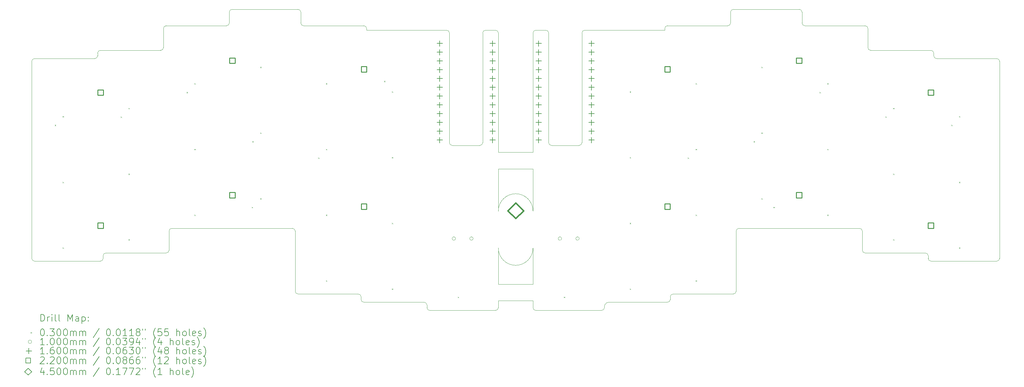
<source format=gbr>
%TF.GenerationSoftware,KiCad,Pcbnew,9.0.2*%
%TF.CreationDate,2025-06-05T16:27:19+03:00*%
%TF.ProjectId,KOMETA,4b4f4d45-5441-42e6-9b69-6361645f7063,rev?*%
%TF.SameCoordinates,Original*%
%TF.FileFunction,Drillmap*%
%TF.FilePolarity,Positive*%
%FSLAX45Y45*%
G04 Gerber Fmt 4.5, Leading zero omitted, Abs format (unit mm)*
G04 Created by KiCad (PCBNEW 9.0.2) date 2025-06-05 16:27:19*
%MOMM*%
%LPD*%
G01*
G04 APERTURE LIST*
%ADD10C,0.050000*%
%ADD11C,0.200000*%
%ADD12C,0.100000*%
%ADD13C,0.160000*%
%ADD14C,0.220000*%
%ADD15C,0.450000*%
G04 APERTURE END LIST*
D10*
X6770000Y-12250000D02*
X6770000Y-17950000D01*
X30730000Y-17160000D02*
X30730000Y-17712500D01*
X32870000Y-12170000D02*
G75*
G02*
X32790000Y-12090000I0J80000D01*
G01*
X27090000Y-17160000D02*
X27090000Y-18900000D01*
X30810000Y-17792500D02*
G75*
G02*
X30730000Y-17712500I0J80000D01*
G01*
X20230000Y-11430000D02*
X20230000Y-14882400D01*
X32710000Y-11932500D02*
X30970000Y-11932500D01*
X30810000Y-11220000D02*
G75*
G02*
X30890000Y-11300000I0J-80000D01*
G01*
X6770000Y-12250000D02*
G75*
G02*
X6850000Y-12170000I80000J0D01*
G01*
X14450000Y-10745000D02*
X12550000Y-10745000D01*
X10570000Y-11300000D02*
G75*
G02*
X10650000Y-11220000I80000J0D01*
G01*
X26930000Y-11140000D02*
G75*
G02*
X26850000Y-11220000I-80000J0D01*
G01*
X18090000Y-19218000D02*
G75*
G02*
X18170000Y-19298000I0J-80000D01*
G01*
X20230000Y-16580000D02*
G75*
G02*
X20730000Y-16080000I500000J0D01*
G01*
X8910000Y-17792500D02*
X10650000Y-17792500D01*
X32710000Y-18030000D02*
X34610000Y-18030000D01*
X8670000Y-12012500D02*
G75*
G02*
X8750000Y-11932500I80000J0D01*
G01*
X23290000Y-19347500D02*
X23290000Y-19375000D01*
X16430000Y-11350000D02*
X18738500Y-11350000D01*
X12470000Y-11140000D02*
G75*
G02*
X12390000Y-11220000I-80000J0D01*
G01*
X14290000Y-17080000D02*
G75*
G02*
X14370000Y-17160000I0J-80000D01*
G01*
X21230000Y-15362400D02*
X21230000Y-16580000D01*
X25030000Y-11300000D02*
X25030000Y-11350000D01*
X12470000Y-11140000D02*
X12470000Y-10825000D01*
X25190000Y-19060000D02*
X25190000Y-19138000D01*
X20730000Y-18150000D02*
G75*
G02*
X20230000Y-17650000I0J500000D01*
G01*
X10570000Y-11852500D02*
X10570000Y-11300000D01*
X26930000Y-10825000D02*
G75*
G02*
X27010000Y-10745000I80000J0D01*
G01*
X22641500Y-14602400D02*
G75*
G02*
X22561500Y-14682400I-80000J0D01*
G01*
X21230000Y-11430000D02*
G75*
G02*
X21310000Y-11350000I80000J0D01*
G01*
X20230000Y-19375000D02*
X20230000Y-19175000D01*
X25270000Y-18980000D02*
X27010000Y-18980000D01*
X20230000Y-19375000D02*
G75*
G02*
X20150000Y-19455000I-80000J0D01*
G01*
X25190000Y-19138000D02*
G75*
G02*
X25110000Y-19218000I-80000J0D01*
G01*
X21230000Y-19375000D02*
X21230000Y-19175000D01*
X8670000Y-12090000D02*
X8670000Y-12012500D01*
X8750000Y-18030000D02*
X6850000Y-18030000D01*
X18738500Y-11350000D02*
G75*
G02*
X18818500Y-11430000I0J-80000D01*
G01*
X8750000Y-11932500D02*
X10490000Y-11932500D01*
X25110000Y-11220000D02*
X26850000Y-11220000D01*
X32710000Y-11932500D02*
G75*
G02*
X32790000Y-12012500I0J-80000D01*
G01*
X10570000Y-11852500D02*
G75*
G02*
X10490000Y-11932500I-80000J0D01*
G01*
X10730000Y-17160000D02*
X10730000Y-17712500D01*
X23290000Y-19347500D02*
G75*
G02*
X23420000Y-19217500I130000J0D01*
G01*
X16350000Y-19217500D02*
G75*
G02*
X16270000Y-19137500I0J80000D01*
G01*
X21761500Y-14682400D02*
G75*
G02*
X21681500Y-14602400I0J80000D01*
G01*
X19778500Y-11430000D02*
G75*
G02*
X19858500Y-11350000I80000J0D01*
G01*
X14450000Y-18980000D02*
G75*
G02*
X14370000Y-18900000I0J80000D01*
G01*
X28990000Y-11140000D02*
X28990000Y-10825000D01*
X14290000Y-17080000D02*
X10810000Y-17080000D01*
X12390000Y-11220000D02*
X10650000Y-11220000D01*
X32790000Y-12090000D02*
X32790000Y-12012500D01*
X32710000Y-18030000D02*
G75*
G02*
X32630000Y-17950000I0J80000D01*
G01*
X14610000Y-11220000D02*
G75*
G02*
X14530000Y-11140000I0J80000D01*
G01*
X8670000Y-12090000D02*
G75*
G02*
X8590000Y-12170000I-80000J0D01*
G01*
X20730000Y-16080000D02*
G75*
G02*
X21230000Y-16580000I0J-500000D01*
G01*
X18090000Y-19217500D02*
X16350000Y-19217500D01*
X18898500Y-14682400D02*
G75*
G02*
X18818500Y-14602400I0J80000D01*
G01*
X8830000Y-17872500D02*
G75*
G02*
X8910000Y-17792500I80000J0D01*
G01*
X23210000Y-19455000D02*
X21310000Y-19455000D01*
X16190000Y-18980000D02*
G75*
G02*
X16270000Y-19060000I0J-80000D01*
G01*
X21601500Y-11350000D02*
X21310000Y-11350000D01*
X16430000Y-11300000D02*
X16430000Y-11350000D01*
X8830000Y-17872500D02*
X8830000Y-17950000D01*
X21230000Y-15362400D02*
X20230000Y-15362400D01*
X10730000Y-17160000D02*
G75*
G02*
X10810000Y-17080000I80000J0D01*
G01*
X27090000Y-18900000D02*
G75*
G02*
X27010000Y-18980000I-80000J0D01*
G01*
X21230000Y-14882400D02*
X20230000Y-14882400D01*
X32550000Y-17792500D02*
X30810000Y-17792500D01*
X20230000Y-18695000D02*
X20230000Y-17650000D01*
X14370000Y-17160000D02*
X14370000Y-18900000D01*
X16270000Y-19060000D02*
X16270000Y-19137500D01*
X19778500Y-14602400D02*
X19778500Y-11430000D01*
X18170000Y-19298000D02*
X18170000Y-19375000D01*
X8830000Y-17950000D02*
G75*
G02*
X8750000Y-18030000I-80000J0D01*
G01*
X19858500Y-11350000D02*
X20150000Y-11350000D01*
X30970000Y-11932500D02*
G75*
G02*
X30890000Y-11852500I0J80000D01*
G01*
X12470000Y-10825000D02*
G75*
G02*
X12550000Y-10745000I80000J0D01*
G01*
X34690000Y-17950000D02*
G75*
G02*
X34610000Y-18030000I-80000J0D01*
G01*
X21310000Y-19455000D02*
G75*
G02*
X21230000Y-19375000I0J80000D01*
G01*
X16350000Y-11220000D02*
G75*
G02*
X16430000Y-11300000I0J-80000D01*
G01*
X32630000Y-17872500D02*
X32630000Y-17950000D01*
X19778500Y-14602400D02*
G75*
G02*
X19698500Y-14682400I-80000J0D01*
G01*
X18250000Y-19455000D02*
X20150000Y-19455000D01*
X25190000Y-19060000D02*
G75*
G02*
X25270000Y-18980000I80000J0D01*
G01*
X22641500Y-14602400D02*
X22641500Y-11430000D01*
X22641500Y-11430000D02*
G75*
G02*
X22721500Y-11350000I80000J0D01*
G01*
X10730000Y-17712500D02*
G75*
G02*
X10650000Y-17792500I-80000J0D01*
G01*
X19698500Y-14682400D02*
X18898500Y-14682400D01*
X23290000Y-19375000D02*
G75*
G02*
X23210000Y-19455000I-80000J0D01*
G01*
X23420000Y-19217500D02*
X25110000Y-19217500D01*
X8590000Y-12170000D02*
X6850000Y-12170000D01*
X6850000Y-18030000D02*
G75*
G02*
X6770000Y-17950000I0J80000D01*
G01*
X30890000Y-11852500D02*
X30890000Y-11300000D01*
X27010000Y-10745000D02*
X28910000Y-10745000D01*
X25030000Y-11350000D02*
X22721500Y-11350000D01*
X29070000Y-11220000D02*
X30810000Y-11220000D01*
X20230000Y-15362400D02*
X20230000Y-16580000D01*
X18818500Y-14602400D02*
X18818500Y-11430000D01*
X34610000Y-12170000D02*
G75*
G02*
X34690000Y-12250000I0J-80000D01*
G01*
X27170000Y-17080000D02*
X30650000Y-17080000D01*
X20150000Y-11350000D02*
G75*
G02*
X20230000Y-11430000I0J-80000D01*
G01*
X14530000Y-11140000D02*
X14530000Y-10825000D01*
X34690000Y-12250000D02*
X34690000Y-17950000D01*
X21230000Y-19175000D02*
X20230000Y-19175000D01*
X30650000Y-17080000D02*
G75*
G02*
X30730000Y-17160000I0J-80000D01*
G01*
X21230000Y-18695000D02*
X20230000Y-18695000D01*
X32550000Y-17792500D02*
G75*
G02*
X32630000Y-17872500I0J-80000D01*
G01*
X26930000Y-11140000D02*
X26930000Y-10825000D01*
X21230000Y-11430000D02*
X21230000Y-14882400D01*
X16190000Y-18980000D02*
X14450000Y-18980000D01*
X21601500Y-11350000D02*
G75*
G02*
X21681500Y-11430000I0J-80000D01*
G01*
X29070000Y-11220000D02*
G75*
G02*
X28990000Y-11140000I0J80000D01*
G01*
X18250000Y-19455000D02*
G75*
G02*
X18170000Y-19375000I0J80000D01*
G01*
X21230000Y-18695000D02*
X21230000Y-17650000D01*
X25030000Y-11300000D02*
G75*
G02*
X25110000Y-11220000I80000J0D01*
G01*
X22561500Y-14682400D02*
X21761500Y-14682400D01*
X27090000Y-17160000D02*
G75*
G02*
X27170000Y-17080000I80000J0D01*
G01*
X32870000Y-12170000D02*
X34610000Y-12170000D01*
X28910000Y-10745000D02*
G75*
G02*
X28990000Y-10825000I0J-80000D01*
G01*
X16350000Y-11220000D02*
X14610000Y-11220000D01*
X21681500Y-14602400D02*
X21681500Y-11430000D01*
X21230000Y-17650000D02*
G75*
G02*
X20730000Y-18150000I-500000J0D01*
G01*
X14450000Y-10745000D02*
G75*
G02*
X14530000Y-10825000I0J-80000D01*
G01*
D11*
D12*
X7435000Y-14085000D02*
X7465000Y-14115000D01*
X7465000Y-14085000D02*
X7435000Y-14115000D01*
X7660000Y-13835000D02*
X7690000Y-13865000D01*
X7690000Y-13835000D02*
X7660000Y-13865000D01*
X7660000Y-15735000D02*
X7690000Y-15765000D01*
X7690000Y-15735000D02*
X7660000Y-15765000D01*
X7660000Y-17635000D02*
X7690000Y-17665000D01*
X7690000Y-17635000D02*
X7660000Y-17665000D01*
X9335000Y-13850000D02*
X9365000Y-13880000D01*
X9365000Y-13850000D02*
X9335000Y-13880000D01*
X9560000Y-13597500D02*
X9590000Y-13627500D01*
X9590000Y-13597500D02*
X9560000Y-13627500D01*
X9560000Y-15497500D02*
X9590000Y-15527500D01*
X9590000Y-15497500D02*
X9560000Y-15527500D01*
X9560000Y-17397500D02*
X9590000Y-17427500D01*
X9590000Y-17397500D02*
X9560000Y-17427500D01*
X11235000Y-13135000D02*
X11265000Y-13165000D01*
X11265000Y-13135000D02*
X11235000Y-13165000D01*
X11460000Y-12885000D02*
X11490000Y-12915000D01*
X11490000Y-12885000D02*
X11460000Y-12915000D01*
X11460000Y-14785000D02*
X11490000Y-14815000D01*
X11490000Y-14785000D02*
X11460000Y-14815000D01*
X11460000Y-16685000D02*
X11490000Y-16715000D01*
X11490000Y-16685000D02*
X11460000Y-16715000D01*
X13115000Y-16460000D02*
X13145000Y-16490000D01*
X13145000Y-16460000D02*
X13115000Y-16490000D01*
X13135000Y-14560000D02*
X13165000Y-14590000D01*
X13165000Y-14560000D02*
X13135000Y-14590000D01*
X13360000Y-12410000D02*
X13390000Y-12440000D01*
X13390000Y-12410000D02*
X13360000Y-12440000D01*
X13360000Y-14310000D02*
X13390000Y-14340000D01*
X13390000Y-14310000D02*
X13360000Y-14340000D01*
X13360000Y-16210000D02*
X13390000Y-16240000D01*
X13390000Y-16210000D02*
X13360000Y-16240000D01*
X15035000Y-15035000D02*
X15065000Y-15065000D01*
X15065000Y-15035000D02*
X15035000Y-15065000D01*
X15260000Y-12885000D02*
X15290000Y-12915000D01*
X15290000Y-12885000D02*
X15260000Y-12915000D01*
X15260000Y-14785000D02*
X15290000Y-14815000D01*
X15290000Y-14785000D02*
X15260000Y-14815000D01*
X15260000Y-16685000D02*
X15290000Y-16715000D01*
X15290000Y-16685000D02*
X15260000Y-16715000D01*
X15260000Y-18585000D02*
X15290000Y-18615000D01*
X15290000Y-18585000D02*
X15260000Y-18615000D01*
X16935000Y-12815000D02*
X16965000Y-12845000D01*
X16965000Y-12815000D02*
X16935000Y-12845000D01*
X17160000Y-13122500D02*
X17190000Y-13152500D01*
X17190000Y-13122500D02*
X17160000Y-13152500D01*
X17160000Y-15022500D02*
X17190000Y-15052500D01*
X17190000Y-15022500D02*
X17160000Y-15052500D01*
X17160000Y-16922500D02*
X17190000Y-16952500D01*
X17190000Y-16922500D02*
X17160000Y-16952500D01*
X17160000Y-18822500D02*
X17190000Y-18852500D01*
X17190000Y-18822500D02*
X17160000Y-18852500D01*
X19060000Y-19060100D02*
X19090000Y-19090100D01*
X19090000Y-19060100D02*
X19060000Y-19090100D01*
X22120000Y-19060100D02*
X22150000Y-19090100D01*
X22150000Y-19060100D02*
X22120000Y-19090100D01*
X24020000Y-13122500D02*
X24050000Y-13152500D01*
X24050000Y-13122500D02*
X24020000Y-13152500D01*
X24020000Y-15022500D02*
X24050000Y-15052500D01*
X24050000Y-15022500D02*
X24020000Y-15052500D01*
X24020000Y-16922500D02*
X24050000Y-16952500D01*
X24050000Y-16922500D02*
X24020000Y-16952500D01*
X24020000Y-18822500D02*
X24050000Y-18852500D01*
X24050000Y-18822500D02*
X24020000Y-18852500D01*
X25695000Y-15035000D02*
X25725000Y-15065000D01*
X25725000Y-15035000D02*
X25695000Y-15065000D01*
X25920000Y-12885000D02*
X25950000Y-12915000D01*
X25950000Y-12885000D02*
X25920000Y-12915000D01*
X25920000Y-14785000D02*
X25950000Y-14815000D01*
X25950000Y-14785000D02*
X25920000Y-14815000D01*
X25920000Y-16685000D02*
X25950000Y-16715000D01*
X25950000Y-16685000D02*
X25920000Y-16715000D01*
X25920000Y-18585000D02*
X25950000Y-18615000D01*
X25950000Y-18585000D02*
X25920000Y-18615000D01*
X27595000Y-14560000D02*
X27625000Y-14590000D01*
X27625000Y-14560000D02*
X27595000Y-14590000D01*
X27820000Y-12410000D02*
X27850000Y-12440000D01*
X27850000Y-12410000D02*
X27820000Y-12440000D01*
X27820000Y-14310000D02*
X27850000Y-14340000D01*
X27850000Y-14310000D02*
X27820000Y-14340000D01*
X27820000Y-16210000D02*
X27850000Y-16240000D01*
X27850000Y-16210000D02*
X27820000Y-16240000D01*
X28165000Y-16460000D02*
X28195000Y-16490000D01*
X28195000Y-16460000D02*
X28165000Y-16490000D01*
X29495000Y-13135000D02*
X29525000Y-13165000D01*
X29525000Y-13135000D02*
X29495000Y-13165000D01*
X29720000Y-12885000D02*
X29750000Y-12915000D01*
X29750000Y-12885000D02*
X29720000Y-12915000D01*
X29720000Y-14785000D02*
X29750000Y-14815000D01*
X29750000Y-14785000D02*
X29720000Y-14815000D01*
X29720000Y-16685000D02*
X29750000Y-16715000D01*
X29750000Y-16685000D02*
X29720000Y-16715000D01*
X31395000Y-13845000D02*
X31425000Y-13875000D01*
X31425000Y-13845000D02*
X31395000Y-13875000D01*
X31620000Y-13597500D02*
X31650000Y-13627500D01*
X31650000Y-13597500D02*
X31620000Y-13627500D01*
X31620000Y-15497500D02*
X31650000Y-15527500D01*
X31650000Y-15497500D02*
X31620000Y-15527500D01*
X31620000Y-17397500D02*
X31650000Y-17427500D01*
X31650000Y-17397500D02*
X31620000Y-17427500D01*
X33295000Y-14085000D02*
X33325000Y-14115000D01*
X33325000Y-14085000D02*
X33295000Y-14115000D01*
X33520000Y-13835000D02*
X33550000Y-13865000D01*
X33550000Y-13835000D02*
X33520000Y-13865000D01*
X33520000Y-15735000D02*
X33550000Y-15765000D01*
X33550000Y-15735000D02*
X33520000Y-15765000D01*
X33520000Y-17635000D02*
X33550000Y-17665000D01*
X33550000Y-17635000D02*
X33520000Y-17665000D01*
X18996000Y-17375000D02*
G75*
G02*
X18896000Y-17375000I-50000J0D01*
G01*
X18896000Y-17375000D02*
G75*
G02*
X18996000Y-17375000I50000J0D01*
G01*
X19504000Y-17375000D02*
G75*
G02*
X19404000Y-17375000I-50000J0D01*
G01*
X19404000Y-17375000D02*
G75*
G02*
X19504000Y-17375000I50000J0D01*
G01*
X22056000Y-17375000D02*
G75*
G02*
X21956000Y-17375000I-50000J0D01*
G01*
X21956000Y-17375000D02*
G75*
G02*
X22056000Y-17375000I50000J0D01*
G01*
X22564000Y-17375000D02*
G75*
G02*
X22464000Y-17375000I-50000J0D01*
G01*
X22464000Y-17375000D02*
G75*
G02*
X22564000Y-17375000I50000J0D01*
G01*
D13*
X18538000Y-11653500D02*
X18538000Y-11813500D01*
X18458000Y-11733500D02*
X18618000Y-11733500D01*
X18538000Y-11907500D02*
X18538000Y-12067500D01*
X18458000Y-11987500D02*
X18618000Y-11987500D01*
X18538000Y-12161500D02*
X18538000Y-12321500D01*
X18458000Y-12241500D02*
X18618000Y-12241500D01*
X18538000Y-12415500D02*
X18538000Y-12575500D01*
X18458000Y-12495500D02*
X18618000Y-12495500D01*
X18538000Y-12669500D02*
X18538000Y-12829500D01*
X18458000Y-12749500D02*
X18618000Y-12749500D01*
X18538000Y-12923500D02*
X18538000Y-13083500D01*
X18458000Y-13003500D02*
X18618000Y-13003500D01*
X18538000Y-13177500D02*
X18538000Y-13337500D01*
X18458000Y-13257500D02*
X18618000Y-13257500D01*
X18538000Y-13431500D02*
X18538000Y-13591500D01*
X18458000Y-13511500D02*
X18618000Y-13511500D01*
X18538000Y-13685500D02*
X18538000Y-13845500D01*
X18458000Y-13765500D02*
X18618000Y-13765500D01*
X18538000Y-13939500D02*
X18538000Y-14099500D01*
X18458000Y-14019500D02*
X18618000Y-14019500D01*
X18538000Y-14193500D02*
X18538000Y-14353500D01*
X18458000Y-14273500D02*
X18618000Y-14273500D01*
X18538000Y-14447500D02*
X18538000Y-14607500D01*
X18458000Y-14527500D02*
X18618000Y-14527500D01*
X20062000Y-11653500D02*
X20062000Y-11813500D01*
X19982000Y-11733500D02*
X20142000Y-11733500D01*
X20062000Y-11907500D02*
X20062000Y-12067500D01*
X19982000Y-11987500D02*
X20142000Y-11987500D01*
X20062000Y-12161500D02*
X20062000Y-12321500D01*
X19982000Y-12241500D02*
X20142000Y-12241500D01*
X20062000Y-12415500D02*
X20062000Y-12575500D01*
X19982000Y-12495500D02*
X20142000Y-12495500D01*
X20062000Y-12669500D02*
X20062000Y-12829500D01*
X19982000Y-12749500D02*
X20142000Y-12749500D01*
X20062000Y-12923500D02*
X20062000Y-13083500D01*
X19982000Y-13003500D02*
X20142000Y-13003500D01*
X20062000Y-13177500D02*
X20062000Y-13337500D01*
X19982000Y-13257500D02*
X20142000Y-13257500D01*
X20062000Y-13431500D02*
X20062000Y-13591500D01*
X19982000Y-13511500D02*
X20142000Y-13511500D01*
X20062000Y-13685500D02*
X20062000Y-13845500D01*
X19982000Y-13765500D02*
X20142000Y-13765500D01*
X20062000Y-13939500D02*
X20062000Y-14099500D01*
X19982000Y-14019500D02*
X20142000Y-14019500D01*
X20062000Y-14193500D02*
X20062000Y-14353500D01*
X19982000Y-14273500D02*
X20142000Y-14273500D01*
X20062000Y-14447500D02*
X20062000Y-14607500D01*
X19982000Y-14527500D02*
X20142000Y-14527500D01*
X21393100Y-11653500D02*
X21393100Y-11813500D01*
X21313100Y-11733500D02*
X21473100Y-11733500D01*
X21393100Y-11907500D02*
X21393100Y-12067500D01*
X21313100Y-11987500D02*
X21473100Y-11987500D01*
X21393100Y-12161500D02*
X21393100Y-12321500D01*
X21313100Y-12241500D02*
X21473100Y-12241500D01*
X21393100Y-12415500D02*
X21393100Y-12575500D01*
X21313100Y-12495500D02*
X21473100Y-12495500D01*
X21393100Y-12669500D02*
X21393100Y-12829500D01*
X21313100Y-12749500D02*
X21473100Y-12749500D01*
X21393100Y-12923500D02*
X21393100Y-13083500D01*
X21313100Y-13003500D02*
X21473100Y-13003500D01*
X21393100Y-13177500D02*
X21393100Y-13337500D01*
X21313100Y-13257500D02*
X21473100Y-13257500D01*
X21393100Y-13431500D02*
X21393100Y-13591500D01*
X21313100Y-13511500D02*
X21473100Y-13511500D01*
X21393100Y-13685500D02*
X21393100Y-13845500D01*
X21313100Y-13765500D02*
X21473100Y-13765500D01*
X21393100Y-13939500D02*
X21393100Y-14099500D01*
X21313100Y-14019500D02*
X21473100Y-14019500D01*
X21393100Y-14193500D02*
X21393100Y-14353500D01*
X21313100Y-14273500D02*
X21473100Y-14273500D01*
X21393100Y-14447500D02*
X21393100Y-14607500D01*
X21313100Y-14527500D02*
X21473100Y-14527500D01*
X22917100Y-11653500D02*
X22917100Y-11813500D01*
X22837100Y-11733500D02*
X22997100Y-11733500D01*
X22917100Y-11907500D02*
X22917100Y-12067500D01*
X22837100Y-11987500D02*
X22997100Y-11987500D01*
X22917100Y-12161500D02*
X22917100Y-12321500D01*
X22837100Y-12241500D02*
X22997100Y-12241500D01*
X22917100Y-12415500D02*
X22917100Y-12575500D01*
X22837100Y-12495500D02*
X22997100Y-12495500D01*
X22917100Y-12669500D02*
X22917100Y-12829500D01*
X22837100Y-12749500D02*
X22997100Y-12749500D01*
X22917100Y-12923500D02*
X22917100Y-13083500D01*
X22837100Y-13003500D02*
X22997100Y-13003500D01*
X22917100Y-13177500D02*
X22917100Y-13337500D01*
X22837100Y-13257500D02*
X22997100Y-13257500D01*
X22917100Y-13431500D02*
X22917100Y-13591500D01*
X22837100Y-13511500D02*
X22997100Y-13511500D01*
X22917100Y-13685500D02*
X22917100Y-13845500D01*
X22837100Y-13765500D02*
X22997100Y-13765500D01*
X22917100Y-13939500D02*
X22917100Y-14099500D01*
X22837100Y-14019500D02*
X22997100Y-14019500D01*
X22917100Y-14193500D02*
X22917100Y-14353500D01*
X22837100Y-14273500D02*
X22997100Y-14273500D01*
X22917100Y-14447500D02*
X22917100Y-14607500D01*
X22837100Y-14527500D02*
X22997100Y-14527500D01*
D14*
X8832583Y-17077783D02*
X8832583Y-16922218D01*
X8677018Y-16922218D01*
X8677018Y-17077783D01*
X8832583Y-17077783D01*
X8832783Y-13227782D02*
X8832783Y-13072217D01*
X8677218Y-13072217D01*
X8677218Y-13227782D01*
X8832783Y-13227782D01*
X12632782Y-12307782D02*
X12632782Y-12152217D01*
X12477217Y-12152217D01*
X12477217Y-12307782D01*
X12632782Y-12307782D01*
X12632782Y-16197782D02*
X12632782Y-16042217D01*
X12477217Y-16042217D01*
X12477217Y-16197782D01*
X12632782Y-16197782D01*
X16432782Y-12557782D02*
X16432782Y-12402217D01*
X16277217Y-12402217D01*
X16277217Y-12557782D01*
X16432782Y-12557782D01*
X16432782Y-16527782D02*
X16432782Y-16372217D01*
X16277217Y-16372217D01*
X16277217Y-16527782D01*
X16432782Y-16527782D01*
X25182782Y-12557782D02*
X25182782Y-12402217D01*
X25027217Y-12402217D01*
X25027217Y-12557782D01*
X25182782Y-12557782D01*
X25182782Y-16527782D02*
X25182782Y-16372217D01*
X25027217Y-16372217D01*
X25027217Y-16527782D01*
X25182782Y-16527782D01*
X28982782Y-12307782D02*
X28982782Y-12152217D01*
X28827217Y-12152217D01*
X28827217Y-12307782D01*
X28982782Y-12307782D01*
X28982782Y-16197782D02*
X28982782Y-16042217D01*
X28827217Y-16042217D01*
X28827217Y-16197782D01*
X28982782Y-16197782D01*
X32782782Y-13227782D02*
X32782782Y-13072217D01*
X32627217Y-13072217D01*
X32627217Y-13227782D01*
X32782782Y-13227782D01*
X32782782Y-17077783D02*
X32782782Y-16922218D01*
X32627217Y-16922218D01*
X32627217Y-17077783D01*
X32782782Y-17077783D01*
D15*
X20730000Y-16795000D02*
X20955000Y-16570000D01*
X20730000Y-16345000D01*
X20505000Y-16570000D01*
X20730000Y-16795000D01*
D11*
X7028277Y-19768984D02*
X7028277Y-19568984D01*
X7028277Y-19568984D02*
X7075896Y-19568984D01*
X7075896Y-19568984D02*
X7104467Y-19578508D01*
X7104467Y-19578508D02*
X7123515Y-19597555D01*
X7123515Y-19597555D02*
X7133039Y-19616603D01*
X7133039Y-19616603D02*
X7142562Y-19654698D01*
X7142562Y-19654698D02*
X7142562Y-19683270D01*
X7142562Y-19683270D02*
X7133039Y-19721365D01*
X7133039Y-19721365D02*
X7123515Y-19740412D01*
X7123515Y-19740412D02*
X7104467Y-19759460D01*
X7104467Y-19759460D02*
X7075896Y-19768984D01*
X7075896Y-19768984D02*
X7028277Y-19768984D01*
X7228277Y-19768984D02*
X7228277Y-19635651D01*
X7228277Y-19673746D02*
X7237801Y-19654698D01*
X7237801Y-19654698D02*
X7247324Y-19645174D01*
X7247324Y-19645174D02*
X7266372Y-19635651D01*
X7266372Y-19635651D02*
X7285420Y-19635651D01*
X7352086Y-19768984D02*
X7352086Y-19635651D01*
X7352086Y-19568984D02*
X7342562Y-19578508D01*
X7342562Y-19578508D02*
X7352086Y-19588032D01*
X7352086Y-19588032D02*
X7361610Y-19578508D01*
X7361610Y-19578508D02*
X7352086Y-19568984D01*
X7352086Y-19568984D02*
X7352086Y-19588032D01*
X7475896Y-19768984D02*
X7456848Y-19759460D01*
X7456848Y-19759460D02*
X7447324Y-19740412D01*
X7447324Y-19740412D02*
X7447324Y-19568984D01*
X7580658Y-19768984D02*
X7561610Y-19759460D01*
X7561610Y-19759460D02*
X7552086Y-19740412D01*
X7552086Y-19740412D02*
X7552086Y-19568984D01*
X7809229Y-19768984D02*
X7809229Y-19568984D01*
X7809229Y-19568984D02*
X7875896Y-19711841D01*
X7875896Y-19711841D02*
X7942562Y-19568984D01*
X7942562Y-19568984D02*
X7942562Y-19768984D01*
X8123515Y-19768984D02*
X8123515Y-19664222D01*
X8123515Y-19664222D02*
X8113991Y-19645174D01*
X8113991Y-19645174D02*
X8094943Y-19635651D01*
X8094943Y-19635651D02*
X8056848Y-19635651D01*
X8056848Y-19635651D02*
X8037801Y-19645174D01*
X8123515Y-19759460D02*
X8104467Y-19768984D01*
X8104467Y-19768984D02*
X8056848Y-19768984D01*
X8056848Y-19768984D02*
X8037801Y-19759460D01*
X8037801Y-19759460D02*
X8028277Y-19740412D01*
X8028277Y-19740412D02*
X8028277Y-19721365D01*
X8028277Y-19721365D02*
X8037801Y-19702317D01*
X8037801Y-19702317D02*
X8056848Y-19692793D01*
X8056848Y-19692793D02*
X8104467Y-19692793D01*
X8104467Y-19692793D02*
X8123515Y-19683270D01*
X8218753Y-19635651D02*
X8218753Y-19835651D01*
X8218753Y-19645174D02*
X8237801Y-19635651D01*
X8237801Y-19635651D02*
X8275896Y-19635651D01*
X8275896Y-19635651D02*
X8294943Y-19645174D01*
X8294943Y-19645174D02*
X8304467Y-19654698D01*
X8304467Y-19654698D02*
X8313991Y-19673746D01*
X8313991Y-19673746D02*
X8313991Y-19730889D01*
X8313991Y-19730889D02*
X8304467Y-19749936D01*
X8304467Y-19749936D02*
X8294943Y-19759460D01*
X8294943Y-19759460D02*
X8275896Y-19768984D01*
X8275896Y-19768984D02*
X8237801Y-19768984D01*
X8237801Y-19768984D02*
X8218753Y-19759460D01*
X8399705Y-19749936D02*
X8409229Y-19759460D01*
X8409229Y-19759460D02*
X8399705Y-19768984D01*
X8399705Y-19768984D02*
X8390182Y-19759460D01*
X8390182Y-19759460D02*
X8399705Y-19749936D01*
X8399705Y-19749936D02*
X8399705Y-19768984D01*
X8399705Y-19645174D02*
X8409229Y-19654698D01*
X8409229Y-19654698D02*
X8399705Y-19664222D01*
X8399705Y-19664222D02*
X8390182Y-19654698D01*
X8390182Y-19654698D02*
X8399705Y-19645174D01*
X8399705Y-19645174D02*
X8399705Y-19664222D01*
D12*
X6737500Y-20082500D02*
X6767500Y-20112500D01*
X6767500Y-20082500D02*
X6737500Y-20112500D01*
D11*
X7066372Y-19988984D02*
X7085420Y-19988984D01*
X7085420Y-19988984D02*
X7104467Y-19998508D01*
X7104467Y-19998508D02*
X7113991Y-20008032D01*
X7113991Y-20008032D02*
X7123515Y-20027079D01*
X7123515Y-20027079D02*
X7133039Y-20065174D01*
X7133039Y-20065174D02*
X7133039Y-20112793D01*
X7133039Y-20112793D02*
X7123515Y-20150889D01*
X7123515Y-20150889D02*
X7113991Y-20169936D01*
X7113991Y-20169936D02*
X7104467Y-20179460D01*
X7104467Y-20179460D02*
X7085420Y-20188984D01*
X7085420Y-20188984D02*
X7066372Y-20188984D01*
X7066372Y-20188984D02*
X7047324Y-20179460D01*
X7047324Y-20179460D02*
X7037801Y-20169936D01*
X7037801Y-20169936D02*
X7028277Y-20150889D01*
X7028277Y-20150889D02*
X7018753Y-20112793D01*
X7018753Y-20112793D02*
X7018753Y-20065174D01*
X7018753Y-20065174D02*
X7028277Y-20027079D01*
X7028277Y-20027079D02*
X7037801Y-20008032D01*
X7037801Y-20008032D02*
X7047324Y-19998508D01*
X7047324Y-19998508D02*
X7066372Y-19988984D01*
X7218753Y-20169936D02*
X7228277Y-20179460D01*
X7228277Y-20179460D02*
X7218753Y-20188984D01*
X7218753Y-20188984D02*
X7209229Y-20179460D01*
X7209229Y-20179460D02*
X7218753Y-20169936D01*
X7218753Y-20169936D02*
X7218753Y-20188984D01*
X7294943Y-19988984D02*
X7418753Y-19988984D01*
X7418753Y-19988984D02*
X7352086Y-20065174D01*
X7352086Y-20065174D02*
X7380658Y-20065174D01*
X7380658Y-20065174D02*
X7399705Y-20074698D01*
X7399705Y-20074698D02*
X7409229Y-20084222D01*
X7409229Y-20084222D02*
X7418753Y-20103270D01*
X7418753Y-20103270D02*
X7418753Y-20150889D01*
X7418753Y-20150889D02*
X7409229Y-20169936D01*
X7409229Y-20169936D02*
X7399705Y-20179460D01*
X7399705Y-20179460D02*
X7380658Y-20188984D01*
X7380658Y-20188984D02*
X7323515Y-20188984D01*
X7323515Y-20188984D02*
X7304467Y-20179460D01*
X7304467Y-20179460D02*
X7294943Y-20169936D01*
X7542562Y-19988984D02*
X7561610Y-19988984D01*
X7561610Y-19988984D02*
X7580658Y-19998508D01*
X7580658Y-19998508D02*
X7590182Y-20008032D01*
X7590182Y-20008032D02*
X7599705Y-20027079D01*
X7599705Y-20027079D02*
X7609229Y-20065174D01*
X7609229Y-20065174D02*
X7609229Y-20112793D01*
X7609229Y-20112793D02*
X7599705Y-20150889D01*
X7599705Y-20150889D02*
X7590182Y-20169936D01*
X7590182Y-20169936D02*
X7580658Y-20179460D01*
X7580658Y-20179460D02*
X7561610Y-20188984D01*
X7561610Y-20188984D02*
X7542562Y-20188984D01*
X7542562Y-20188984D02*
X7523515Y-20179460D01*
X7523515Y-20179460D02*
X7513991Y-20169936D01*
X7513991Y-20169936D02*
X7504467Y-20150889D01*
X7504467Y-20150889D02*
X7494943Y-20112793D01*
X7494943Y-20112793D02*
X7494943Y-20065174D01*
X7494943Y-20065174D02*
X7504467Y-20027079D01*
X7504467Y-20027079D02*
X7513991Y-20008032D01*
X7513991Y-20008032D02*
X7523515Y-19998508D01*
X7523515Y-19998508D02*
X7542562Y-19988984D01*
X7733039Y-19988984D02*
X7752086Y-19988984D01*
X7752086Y-19988984D02*
X7771134Y-19998508D01*
X7771134Y-19998508D02*
X7780658Y-20008032D01*
X7780658Y-20008032D02*
X7790182Y-20027079D01*
X7790182Y-20027079D02*
X7799705Y-20065174D01*
X7799705Y-20065174D02*
X7799705Y-20112793D01*
X7799705Y-20112793D02*
X7790182Y-20150889D01*
X7790182Y-20150889D02*
X7780658Y-20169936D01*
X7780658Y-20169936D02*
X7771134Y-20179460D01*
X7771134Y-20179460D02*
X7752086Y-20188984D01*
X7752086Y-20188984D02*
X7733039Y-20188984D01*
X7733039Y-20188984D02*
X7713991Y-20179460D01*
X7713991Y-20179460D02*
X7704467Y-20169936D01*
X7704467Y-20169936D02*
X7694943Y-20150889D01*
X7694943Y-20150889D02*
X7685420Y-20112793D01*
X7685420Y-20112793D02*
X7685420Y-20065174D01*
X7685420Y-20065174D02*
X7694943Y-20027079D01*
X7694943Y-20027079D02*
X7704467Y-20008032D01*
X7704467Y-20008032D02*
X7713991Y-19998508D01*
X7713991Y-19998508D02*
X7733039Y-19988984D01*
X7885420Y-20188984D02*
X7885420Y-20055651D01*
X7885420Y-20074698D02*
X7894943Y-20065174D01*
X7894943Y-20065174D02*
X7913991Y-20055651D01*
X7913991Y-20055651D02*
X7942563Y-20055651D01*
X7942563Y-20055651D02*
X7961610Y-20065174D01*
X7961610Y-20065174D02*
X7971134Y-20084222D01*
X7971134Y-20084222D02*
X7971134Y-20188984D01*
X7971134Y-20084222D02*
X7980658Y-20065174D01*
X7980658Y-20065174D02*
X7999705Y-20055651D01*
X7999705Y-20055651D02*
X8028277Y-20055651D01*
X8028277Y-20055651D02*
X8047324Y-20065174D01*
X8047324Y-20065174D02*
X8056848Y-20084222D01*
X8056848Y-20084222D02*
X8056848Y-20188984D01*
X8152086Y-20188984D02*
X8152086Y-20055651D01*
X8152086Y-20074698D02*
X8161610Y-20065174D01*
X8161610Y-20065174D02*
X8180658Y-20055651D01*
X8180658Y-20055651D02*
X8209229Y-20055651D01*
X8209229Y-20055651D02*
X8228277Y-20065174D01*
X8228277Y-20065174D02*
X8237801Y-20084222D01*
X8237801Y-20084222D02*
X8237801Y-20188984D01*
X8237801Y-20084222D02*
X8247324Y-20065174D01*
X8247324Y-20065174D02*
X8266372Y-20055651D01*
X8266372Y-20055651D02*
X8294943Y-20055651D01*
X8294943Y-20055651D02*
X8313991Y-20065174D01*
X8313991Y-20065174D02*
X8323515Y-20084222D01*
X8323515Y-20084222D02*
X8323515Y-20188984D01*
X8713991Y-19979460D02*
X8542563Y-20236603D01*
X8971134Y-19988984D02*
X8990182Y-19988984D01*
X8990182Y-19988984D02*
X9009229Y-19998508D01*
X9009229Y-19998508D02*
X9018753Y-20008032D01*
X9018753Y-20008032D02*
X9028277Y-20027079D01*
X9028277Y-20027079D02*
X9037801Y-20065174D01*
X9037801Y-20065174D02*
X9037801Y-20112793D01*
X9037801Y-20112793D02*
X9028277Y-20150889D01*
X9028277Y-20150889D02*
X9018753Y-20169936D01*
X9018753Y-20169936D02*
X9009229Y-20179460D01*
X9009229Y-20179460D02*
X8990182Y-20188984D01*
X8990182Y-20188984D02*
X8971134Y-20188984D01*
X8971134Y-20188984D02*
X8952087Y-20179460D01*
X8952087Y-20179460D02*
X8942563Y-20169936D01*
X8942563Y-20169936D02*
X8933039Y-20150889D01*
X8933039Y-20150889D02*
X8923515Y-20112793D01*
X8923515Y-20112793D02*
X8923515Y-20065174D01*
X8923515Y-20065174D02*
X8933039Y-20027079D01*
X8933039Y-20027079D02*
X8942563Y-20008032D01*
X8942563Y-20008032D02*
X8952087Y-19998508D01*
X8952087Y-19998508D02*
X8971134Y-19988984D01*
X9123515Y-20169936D02*
X9133039Y-20179460D01*
X9133039Y-20179460D02*
X9123515Y-20188984D01*
X9123515Y-20188984D02*
X9113991Y-20179460D01*
X9113991Y-20179460D02*
X9123515Y-20169936D01*
X9123515Y-20169936D02*
X9123515Y-20188984D01*
X9256848Y-19988984D02*
X9275896Y-19988984D01*
X9275896Y-19988984D02*
X9294944Y-19998508D01*
X9294944Y-19998508D02*
X9304468Y-20008032D01*
X9304468Y-20008032D02*
X9313991Y-20027079D01*
X9313991Y-20027079D02*
X9323515Y-20065174D01*
X9323515Y-20065174D02*
X9323515Y-20112793D01*
X9323515Y-20112793D02*
X9313991Y-20150889D01*
X9313991Y-20150889D02*
X9304468Y-20169936D01*
X9304468Y-20169936D02*
X9294944Y-20179460D01*
X9294944Y-20179460D02*
X9275896Y-20188984D01*
X9275896Y-20188984D02*
X9256848Y-20188984D01*
X9256848Y-20188984D02*
X9237801Y-20179460D01*
X9237801Y-20179460D02*
X9228277Y-20169936D01*
X9228277Y-20169936D02*
X9218753Y-20150889D01*
X9218753Y-20150889D02*
X9209229Y-20112793D01*
X9209229Y-20112793D02*
X9209229Y-20065174D01*
X9209229Y-20065174D02*
X9218753Y-20027079D01*
X9218753Y-20027079D02*
X9228277Y-20008032D01*
X9228277Y-20008032D02*
X9237801Y-19998508D01*
X9237801Y-19998508D02*
X9256848Y-19988984D01*
X9513991Y-20188984D02*
X9399706Y-20188984D01*
X9456848Y-20188984D02*
X9456848Y-19988984D01*
X9456848Y-19988984D02*
X9437801Y-20017555D01*
X9437801Y-20017555D02*
X9418753Y-20036603D01*
X9418753Y-20036603D02*
X9399706Y-20046127D01*
X9704468Y-20188984D02*
X9590182Y-20188984D01*
X9647325Y-20188984D02*
X9647325Y-19988984D01*
X9647325Y-19988984D02*
X9628277Y-20017555D01*
X9628277Y-20017555D02*
X9609229Y-20036603D01*
X9609229Y-20036603D02*
X9590182Y-20046127D01*
X9818753Y-20074698D02*
X9799706Y-20065174D01*
X9799706Y-20065174D02*
X9790182Y-20055651D01*
X9790182Y-20055651D02*
X9780658Y-20036603D01*
X9780658Y-20036603D02*
X9780658Y-20027079D01*
X9780658Y-20027079D02*
X9790182Y-20008032D01*
X9790182Y-20008032D02*
X9799706Y-19998508D01*
X9799706Y-19998508D02*
X9818753Y-19988984D01*
X9818753Y-19988984D02*
X9856849Y-19988984D01*
X9856849Y-19988984D02*
X9875896Y-19998508D01*
X9875896Y-19998508D02*
X9885420Y-20008032D01*
X9885420Y-20008032D02*
X9894944Y-20027079D01*
X9894944Y-20027079D02*
X9894944Y-20036603D01*
X9894944Y-20036603D02*
X9885420Y-20055651D01*
X9885420Y-20055651D02*
X9875896Y-20065174D01*
X9875896Y-20065174D02*
X9856849Y-20074698D01*
X9856849Y-20074698D02*
X9818753Y-20074698D01*
X9818753Y-20074698D02*
X9799706Y-20084222D01*
X9799706Y-20084222D02*
X9790182Y-20093746D01*
X9790182Y-20093746D02*
X9780658Y-20112793D01*
X9780658Y-20112793D02*
X9780658Y-20150889D01*
X9780658Y-20150889D02*
X9790182Y-20169936D01*
X9790182Y-20169936D02*
X9799706Y-20179460D01*
X9799706Y-20179460D02*
X9818753Y-20188984D01*
X9818753Y-20188984D02*
X9856849Y-20188984D01*
X9856849Y-20188984D02*
X9875896Y-20179460D01*
X9875896Y-20179460D02*
X9885420Y-20169936D01*
X9885420Y-20169936D02*
X9894944Y-20150889D01*
X9894944Y-20150889D02*
X9894944Y-20112793D01*
X9894944Y-20112793D02*
X9885420Y-20093746D01*
X9885420Y-20093746D02*
X9875896Y-20084222D01*
X9875896Y-20084222D02*
X9856849Y-20074698D01*
X9971134Y-19988984D02*
X9971134Y-20027079D01*
X10047325Y-19988984D02*
X10047325Y-20027079D01*
X10342563Y-20265174D02*
X10333039Y-20255651D01*
X10333039Y-20255651D02*
X10313991Y-20227079D01*
X10313991Y-20227079D02*
X10304468Y-20208032D01*
X10304468Y-20208032D02*
X10294944Y-20179460D01*
X10294944Y-20179460D02*
X10285420Y-20131841D01*
X10285420Y-20131841D02*
X10285420Y-20093746D01*
X10285420Y-20093746D02*
X10294944Y-20046127D01*
X10294944Y-20046127D02*
X10304468Y-20017555D01*
X10304468Y-20017555D02*
X10313991Y-19998508D01*
X10313991Y-19998508D02*
X10333039Y-19969936D01*
X10333039Y-19969936D02*
X10342563Y-19960412D01*
X10513991Y-19988984D02*
X10418753Y-19988984D01*
X10418753Y-19988984D02*
X10409230Y-20084222D01*
X10409230Y-20084222D02*
X10418753Y-20074698D01*
X10418753Y-20074698D02*
X10437801Y-20065174D01*
X10437801Y-20065174D02*
X10485420Y-20065174D01*
X10485420Y-20065174D02*
X10504468Y-20074698D01*
X10504468Y-20074698D02*
X10513991Y-20084222D01*
X10513991Y-20084222D02*
X10523515Y-20103270D01*
X10523515Y-20103270D02*
X10523515Y-20150889D01*
X10523515Y-20150889D02*
X10513991Y-20169936D01*
X10513991Y-20169936D02*
X10504468Y-20179460D01*
X10504468Y-20179460D02*
X10485420Y-20188984D01*
X10485420Y-20188984D02*
X10437801Y-20188984D01*
X10437801Y-20188984D02*
X10418753Y-20179460D01*
X10418753Y-20179460D02*
X10409230Y-20169936D01*
X10704468Y-19988984D02*
X10609230Y-19988984D01*
X10609230Y-19988984D02*
X10599706Y-20084222D01*
X10599706Y-20084222D02*
X10609230Y-20074698D01*
X10609230Y-20074698D02*
X10628277Y-20065174D01*
X10628277Y-20065174D02*
X10675896Y-20065174D01*
X10675896Y-20065174D02*
X10694944Y-20074698D01*
X10694944Y-20074698D02*
X10704468Y-20084222D01*
X10704468Y-20084222D02*
X10713991Y-20103270D01*
X10713991Y-20103270D02*
X10713991Y-20150889D01*
X10713991Y-20150889D02*
X10704468Y-20169936D01*
X10704468Y-20169936D02*
X10694944Y-20179460D01*
X10694944Y-20179460D02*
X10675896Y-20188984D01*
X10675896Y-20188984D02*
X10628277Y-20188984D01*
X10628277Y-20188984D02*
X10609230Y-20179460D01*
X10609230Y-20179460D02*
X10599706Y-20169936D01*
X10952087Y-20188984D02*
X10952087Y-19988984D01*
X11037801Y-20188984D02*
X11037801Y-20084222D01*
X11037801Y-20084222D02*
X11028277Y-20065174D01*
X11028277Y-20065174D02*
X11009230Y-20055651D01*
X11009230Y-20055651D02*
X10980658Y-20055651D01*
X10980658Y-20055651D02*
X10961611Y-20065174D01*
X10961611Y-20065174D02*
X10952087Y-20074698D01*
X11161611Y-20188984D02*
X11142563Y-20179460D01*
X11142563Y-20179460D02*
X11133039Y-20169936D01*
X11133039Y-20169936D02*
X11123515Y-20150889D01*
X11123515Y-20150889D02*
X11123515Y-20093746D01*
X11123515Y-20093746D02*
X11133039Y-20074698D01*
X11133039Y-20074698D02*
X11142563Y-20065174D01*
X11142563Y-20065174D02*
X11161611Y-20055651D01*
X11161611Y-20055651D02*
X11190182Y-20055651D01*
X11190182Y-20055651D02*
X11209230Y-20065174D01*
X11209230Y-20065174D02*
X11218753Y-20074698D01*
X11218753Y-20074698D02*
X11228277Y-20093746D01*
X11228277Y-20093746D02*
X11228277Y-20150889D01*
X11228277Y-20150889D02*
X11218753Y-20169936D01*
X11218753Y-20169936D02*
X11209230Y-20179460D01*
X11209230Y-20179460D02*
X11190182Y-20188984D01*
X11190182Y-20188984D02*
X11161611Y-20188984D01*
X11342563Y-20188984D02*
X11323515Y-20179460D01*
X11323515Y-20179460D02*
X11313991Y-20160412D01*
X11313991Y-20160412D02*
X11313991Y-19988984D01*
X11494944Y-20179460D02*
X11475896Y-20188984D01*
X11475896Y-20188984D02*
X11437801Y-20188984D01*
X11437801Y-20188984D02*
X11418753Y-20179460D01*
X11418753Y-20179460D02*
X11409230Y-20160412D01*
X11409230Y-20160412D02*
X11409230Y-20084222D01*
X11409230Y-20084222D02*
X11418753Y-20065174D01*
X11418753Y-20065174D02*
X11437801Y-20055651D01*
X11437801Y-20055651D02*
X11475896Y-20055651D01*
X11475896Y-20055651D02*
X11494944Y-20065174D01*
X11494944Y-20065174D02*
X11504468Y-20084222D01*
X11504468Y-20084222D02*
X11504468Y-20103270D01*
X11504468Y-20103270D02*
X11409230Y-20122317D01*
X11580658Y-20179460D02*
X11599706Y-20188984D01*
X11599706Y-20188984D02*
X11637801Y-20188984D01*
X11637801Y-20188984D02*
X11656849Y-20179460D01*
X11656849Y-20179460D02*
X11666372Y-20160412D01*
X11666372Y-20160412D02*
X11666372Y-20150889D01*
X11666372Y-20150889D02*
X11656849Y-20131841D01*
X11656849Y-20131841D02*
X11637801Y-20122317D01*
X11637801Y-20122317D02*
X11609230Y-20122317D01*
X11609230Y-20122317D02*
X11590182Y-20112793D01*
X11590182Y-20112793D02*
X11580658Y-20093746D01*
X11580658Y-20093746D02*
X11580658Y-20084222D01*
X11580658Y-20084222D02*
X11590182Y-20065174D01*
X11590182Y-20065174D02*
X11609230Y-20055651D01*
X11609230Y-20055651D02*
X11637801Y-20055651D01*
X11637801Y-20055651D02*
X11656849Y-20065174D01*
X11733039Y-20265174D02*
X11742563Y-20255651D01*
X11742563Y-20255651D02*
X11761611Y-20227079D01*
X11761611Y-20227079D02*
X11771134Y-20208032D01*
X11771134Y-20208032D02*
X11780658Y-20179460D01*
X11780658Y-20179460D02*
X11790182Y-20131841D01*
X11790182Y-20131841D02*
X11790182Y-20093746D01*
X11790182Y-20093746D02*
X11780658Y-20046127D01*
X11780658Y-20046127D02*
X11771134Y-20017555D01*
X11771134Y-20017555D02*
X11761611Y-19998508D01*
X11761611Y-19998508D02*
X11742563Y-19969936D01*
X11742563Y-19969936D02*
X11733039Y-19960412D01*
D12*
X6767500Y-20361500D02*
G75*
G02*
X6667500Y-20361500I-50000J0D01*
G01*
X6667500Y-20361500D02*
G75*
G02*
X6767500Y-20361500I50000J0D01*
G01*
D11*
X7133039Y-20452984D02*
X7018753Y-20452984D01*
X7075896Y-20452984D02*
X7075896Y-20252984D01*
X7075896Y-20252984D02*
X7056848Y-20281555D01*
X7056848Y-20281555D02*
X7037801Y-20300603D01*
X7037801Y-20300603D02*
X7018753Y-20310127D01*
X7218753Y-20433936D02*
X7228277Y-20443460D01*
X7228277Y-20443460D02*
X7218753Y-20452984D01*
X7218753Y-20452984D02*
X7209229Y-20443460D01*
X7209229Y-20443460D02*
X7218753Y-20433936D01*
X7218753Y-20433936D02*
X7218753Y-20452984D01*
X7352086Y-20252984D02*
X7371134Y-20252984D01*
X7371134Y-20252984D02*
X7390182Y-20262508D01*
X7390182Y-20262508D02*
X7399705Y-20272032D01*
X7399705Y-20272032D02*
X7409229Y-20291079D01*
X7409229Y-20291079D02*
X7418753Y-20329174D01*
X7418753Y-20329174D02*
X7418753Y-20376793D01*
X7418753Y-20376793D02*
X7409229Y-20414889D01*
X7409229Y-20414889D02*
X7399705Y-20433936D01*
X7399705Y-20433936D02*
X7390182Y-20443460D01*
X7390182Y-20443460D02*
X7371134Y-20452984D01*
X7371134Y-20452984D02*
X7352086Y-20452984D01*
X7352086Y-20452984D02*
X7333039Y-20443460D01*
X7333039Y-20443460D02*
X7323515Y-20433936D01*
X7323515Y-20433936D02*
X7313991Y-20414889D01*
X7313991Y-20414889D02*
X7304467Y-20376793D01*
X7304467Y-20376793D02*
X7304467Y-20329174D01*
X7304467Y-20329174D02*
X7313991Y-20291079D01*
X7313991Y-20291079D02*
X7323515Y-20272032D01*
X7323515Y-20272032D02*
X7333039Y-20262508D01*
X7333039Y-20262508D02*
X7352086Y-20252984D01*
X7542562Y-20252984D02*
X7561610Y-20252984D01*
X7561610Y-20252984D02*
X7580658Y-20262508D01*
X7580658Y-20262508D02*
X7590182Y-20272032D01*
X7590182Y-20272032D02*
X7599705Y-20291079D01*
X7599705Y-20291079D02*
X7609229Y-20329174D01*
X7609229Y-20329174D02*
X7609229Y-20376793D01*
X7609229Y-20376793D02*
X7599705Y-20414889D01*
X7599705Y-20414889D02*
X7590182Y-20433936D01*
X7590182Y-20433936D02*
X7580658Y-20443460D01*
X7580658Y-20443460D02*
X7561610Y-20452984D01*
X7561610Y-20452984D02*
X7542562Y-20452984D01*
X7542562Y-20452984D02*
X7523515Y-20443460D01*
X7523515Y-20443460D02*
X7513991Y-20433936D01*
X7513991Y-20433936D02*
X7504467Y-20414889D01*
X7504467Y-20414889D02*
X7494943Y-20376793D01*
X7494943Y-20376793D02*
X7494943Y-20329174D01*
X7494943Y-20329174D02*
X7504467Y-20291079D01*
X7504467Y-20291079D02*
X7513991Y-20272032D01*
X7513991Y-20272032D02*
X7523515Y-20262508D01*
X7523515Y-20262508D02*
X7542562Y-20252984D01*
X7733039Y-20252984D02*
X7752086Y-20252984D01*
X7752086Y-20252984D02*
X7771134Y-20262508D01*
X7771134Y-20262508D02*
X7780658Y-20272032D01*
X7780658Y-20272032D02*
X7790182Y-20291079D01*
X7790182Y-20291079D02*
X7799705Y-20329174D01*
X7799705Y-20329174D02*
X7799705Y-20376793D01*
X7799705Y-20376793D02*
X7790182Y-20414889D01*
X7790182Y-20414889D02*
X7780658Y-20433936D01*
X7780658Y-20433936D02*
X7771134Y-20443460D01*
X7771134Y-20443460D02*
X7752086Y-20452984D01*
X7752086Y-20452984D02*
X7733039Y-20452984D01*
X7733039Y-20452984D02*
X7713991Y-20443460D01*
X7713991Y-20443460D02*
X7704467Y-20433936D01*
X7704467Y-20433936D02*
X7694943Y-20414889D01*
X7694943Y-20414889D02*
X7685420Y-20376793D01*
X7685420Y-20376793D02*
X7685420Y-20329174D01*
X7685420Y-20329174D02*
X7694943Y-20291079D01*
X7694943Y-20291079D02*
X7704467Y-20272032D01*
X7704467Y-20272032D02*
X7713991Y-20262508D01*
X7713991Y-20262508D02*
X7733039Y-20252984D01*
X7885420Y-20452984D02*
X7885420Y-20319651D01*
X7885420Y-20338698D02*
X7894943Y-20329174D01*
X7894943Y-20329174D02*
X7913991Y-20319651D01*
X7913991Y-20319651D02*
X7942563Y-20319651D01*
X7942563Y-20319651D02*
X7961610Y-20329174D01*
X7961610Y-20329174D02*
X7971134Y-20348222D01*
X7971134Y-20348222D02*
X7971134Y-20452984D01*
X7971134Y-20348222D02*
X7980658Y-20329174D01*
X7980658Y-20329174D02*
X7999705Y-20319651D01*
X7999705Y-20319651D02*
X8028277Y-20319651D01*
X8028277Y-20319651D02*
X8047324Y-20329174D01*
X8047324Y-20329174D02*
X8056848Y-20348222D01*
X8056848Y-20348222D02*
X8056848Y-20452984D01*
X8152086Y-20452984D02*
X8152086Y-20319651D01*
X8152086Y-20338698D02*
X8161610Y-20329174D01*
X8161610Y-20329174D02*
X8180658Y-20319651D01*
X8180658Y-20319651D02*
X8209229Y-20319651D01*
X8209229Y-20319651D02*
X8228277Y-20329174D01*
X8228277Y-20329174D02*
X8237801Y-20348222D01*
X8237801Y-20348222D02*
X8237801Y-20452984D01*
X8237801Y-20348222D02*
X8247324Y-20329174D01*
X8247324Y-20329174D02*
X8266372Y-20319651D01*
X8266372Y-20319651D02*
X8294943Y-20319651D01*
X8294943Y-20319651D02*
X8313991Y-20329174D01*
X8313991Y-20329174D02*
X8323515Y-20348222D01*
X8323515Y-20348222D02*
X8323515Y-20452984D01*
X8713991Y-20243460D02*
X8542563Y-20500603D01*
X8971134Y-20252984D02*
X8990182Y-20252984D01*
X8990182Y-20252984D02*
X9009229Y-20262508D01*
X9009229Y-20262508D02*
X9018753Y-20272032D01*
X9018753Y-20272032D02*
X9028277Y-20291079D01*
X9028277Y-20291079D02*
X9037801Y-20329174D01*
X9037801Y-20329174D02*
X9037801Y-20376793D01*
X9037801Y-20376793D02*
X9028277Y-20414889D01*
X9028277Y-20414889D02*
X9018753Y-20433936D01*
X9018753Y-20433936D02*
X9009229Y-20443460D01*
X9009229Y-20443460D02*
X8990182Y-20452984D01*
X8990182Y-20452984D02*
X8971134Y-20452984D01*
X8971134Y-20452984D02*
X8952087Y-20443460D01*
X8952087Y-20443460D02*
X8942563Y-20433936D01*
X8942563Y-20433936D02*
X8933039Y-20414889D01*
X8933039Y-20414889D02*
X8923515Y-20376793D01*
X8923515Y-20376793D02*
X8923515Y-20329174D01*
X8923515Y-20329174D02*
X8933039Y-20291079D01*
X8933039Y-20291079D02*
X8942563Y-20272032D01*
X8942563Y-20272032D02*
X8952087Y-20262508D01*
X8952087Y-20262508D02*
X8971134Y-20252984D01*
X9123515Y-20433936D02*
X9133039Y-20443460D01*
X9133039Y-20443460D02*
X9123515Y-20452984D01*
X9123515Y-20452984D02*
X9113991Y-20443460D01*
X9113991Y-20443460D02*
X9123515Y-20433936D01*
X9123515Y-20433936D02*
X9123515Y-20452984D01*
X9256848Y-20252984D02*
X9275896Y-20252984D01*
X9275896Y-20252984D02*
X9294944Y-20262508D01*
X9294944Y-20262508D02*
X9304468Y-20272032D01*
X9304468Y-20272032D02*
X9313991Y-20291079D01*
X9313991Y-20291079D02*
X9323515Y-20329174D01*
X9323515Y-20329174D02*
X9323515Y-20376793D01*
X9323515Y-20376793D02*
X9313991Y-20414889D01*
X9313991Y-20414889D02*
X9304468Y-20433936D01*
X9304468Y-20433936D02*
X9294944Y-20443460D01*
X9294944Y-20443460D02*
X9275896Y-20452984D01*
X9275896Y-20452984D02*
X9256848Y-20452984D01*
X9256848Y-20452984D02*
X9237801Y-20443460D01*
X9237801Y-20443460D02*
X9228277Y-20433936D01*
X9228277Y-20433936D02*
X9218753Y-20414889D01*
X9218753Y-20414889D02*
X9209229Y-20376793D01*
X9209229Y-20376793D02*
X9209229Y-20329174D01*
X9209229Y-20329174D02*
X9218753Y-20291079D01*
X9218753Y-20291079D02*
X9228277Y-20272032D01*
X9228277Y-20272032D02*
X9237801Y-20262508D01*
X9237801Y-20262508D02*
X9256848Y-20252984D01*
X9390182Y-20252984D02*
X9513991Y-20252984D01*
X9513991Y-20252984D02*
X9447325Y-20329174D01*
X9447325Y-20329174D02*
X9475896Y-20329174D01*
X9475896Y-20329174D02*
X9494944Y-20338698D01*
X9494944Y-20338698D02*
X9504468Y-20348222D01*
X9504468Y-20348222D02*
X9513991Y-20367270D01*
X9513991Y-20367270D02*
X9513991Y-20414889D01*
X9513991Y-20414889D02*
X9504468Y-20433936D01*
X9504468Y-20433936D02*
X9494944Y-20443460D01*
X9494944Y-20443460D02*
X9475896Y-20452984D01*
X9475896Y-20452984D02*
X9418753Y-20452984D01*
X9418753Y-20452984D02*
X9399706Y-20443460D01*
X9399706Y-20443460D02*
X9390182Y-20433936D01*
X9609229Y-20452984D02*
X9647325Y-20452984D01*
X9647325Y-20452984D02*
X9666372Y-20443460D01*
X9666372Y-20443460D02*
X9675896Y-20433936D01*
X9675896Y-20433936D02*
X9694944Y-20405365D01*
X9694944Y-20405365D02*
X9704468Y-20367270D01*
X9704468Y-20367270D02*
X9704468Y-20291079D01*
X9704468Y-20291079D02*
X9694944Y-20272032D01*
X9694944Y-20272032D02*
X9685420Y-20262508D01*
X9685420Y-20262508D02*
X9666372Y-20252984D01*
X9666372Y-20252984D02*
X9628277Y-20252984D01*
X9628277Y-20252984D02*
X9609229Y-20262508D01*
X9609229Y-20262508D02*
X9599706Y-20272032D01*
X9599706Y-20272032D02*
X9590182Y-20291079D01*
X9590182Y-20291079D02*
X9590182Y-20338698D01*
X9590182Y-20338698D02*
X9599706Y-20357746D01*
X9599706Y-20357746D02*
X9609229Y-20367270D01*
X9609229Y-20367270D02*
X9628277Y-20376793D01*
X9628277Y-20376793D02*
X9666372Y-20376793D01*
X9666372Y-20376793D02*
X9685420Y-20367270D01*
X9685420Y-20367270D02*
X9694944Y-20357746D01*
X9694944Y-20357746D02*
X9704468Y-20338698D01*
X9875896Y-20319651D02*
X9875896Y-20452984D01*
X9828277Y-20243460D02*
X9780658Y-20386317D01*
X9780658Y-20386317D02*
X9904468Y-20386317D01*
X9971134Y-20252984D02*
X9971134Y-20291079D01*
X10047325Y-20252984D02*
X10047325Y-20291079D01*
X10342563Y-20529174D02*
X10333039Y-20519651D01*
X10333039Y-20519651D02*
X10313991Y-20491079D01*
X10313991Y-20491079D02*
X10304468Y-20472032D01*
X10304468Y-20472032D02*
X10294944Y-20443460D01*
X10294944Y-20443460D02*
X10285420Y-20395841D01*
X10285420Y-20395841D02*
X10285420Y-20357746D01*
X10285420Y-20357746D02*
X10294944Y-20310127D01*
X10294944Y-20310127D02*
X10304468Y-20281555D01*
X10304468Y-20281555D02*
X10313991Y-20262508D01*
X10313991Y-20262508D02*
X10333039Y-20233936D01*
X10333039Y-20233936D02*
X10342563Y-20224412D01*
X10504468Y-20319651D02*
X10504468Y-20452984D01*
X10456849Y-20243460D02*
X10409230Y-20386317D01*
X10409230Y-20386317D02*
X10533039Y-20386317D01*
X10761611Y-20452984D02*
X10761611Y-20252984D01*
X10847325Y-20452984D02*
X10847325Y-20348222D01*
X10847325Y-20348222D02*
X10837801Y-20329174D01*
X10837801Y-20329174D02*
X10818753Y-20319651D01*
X10818753Y-20319651D02*
X10790182Y-20319651D01*
X10790182Y-20319651D02*
X10771134Y-20329174D01*
X10771134Y-20329174D02*
X10761611Y-20338698D01*
X10971134Y-20452984D02*
X10952087Y-20443460D01*
X10952087Y-20443460D02*
X10942563Y-20433936D01*
X10942563Y-20433936D02*
X10933039Y-20414889D01*
X10933039Y-20414889D02*
X10933039Y-20357746D01*
X10933039Y-20357746D02*
X10942563Y-20338698D01*
X10942563Y-20338698D02*
X10952087Y-20329174D01*
X10952087Y-20329174D02*
X10971134Y-20319651D01*
X10971134Y-20319651D02*
X10999706Y-20319651D01*
X10999706Y-20319651D02*
X11018753Y-20329174D01*
X11018753Y-20329174D02*
X11028277Y-20338698D01*
X11028277Y-20338698D02*
X11037801Y-20357746D01*
X11037801Y-20357746D02*
X11037801Y-20414889D01*
X11037801Y-20414889D02*
X11028277Y-20433936D01*
X11028277Y-20433936D02*
X11018753Y-20443460D01*
X11018753Y-20443460D02*
X10999706Y-20452984D01*
X10999706Y-20452984D02*
X10971134Y-20452984D01*
X11152087Y-20452984D02*
X11133039Y-20443460D01*
X11133039Y-20443460D02*
X11123515Y-20424412D01*
X11123515Y-20424412D02*
X11123515Y-20252984D01*
X11304468Y-20443460D02*
X11285420Y-20452984D01*
X11285420Y-20452984D02*
X11247325Y-20452984D01*
X11247325Y-20452984D02*
X11228277Y-20443460D01*
X11228277Y-20443460D02*
X11218753Y-20424412D01*
X11218753Y-20424412D02*
X11218753Y-20348222D01*
X11218753Y-20348222D02*
X11228277Y-20329174D01*
X11228277Y-20329174D02*
X11247325Y-20319651D01*
X11247325Y-20319651D02*
X11285420Y-20319651D01*
X11285420Y-20319651D02*
X11304468Y-20329174D01*
X11304468Y-20329174D02*
X11313991Y-20348222D01*
X11313991Y-20348222D02*
X11313991Y-20367270D01*
X11313991Y-20367270D02*
X11218753Y-20386317D01*
X11390182Y-20443460D02*
X11409230Y-20452984D01*
X11409230Y-20452984D02*
X11447325Y-20452984D01*
X11447325Y-20452984D02*
X11466372Y-20443460D01*
X11466372Y-20443460D02*
X11475896Y-20424412D01*
X11475896Y-20424412D02*
X11475896Y-20414889D01*
X11475896Y-20414889D02*
X11466372Y-20395841D01*
X11466372Y-20395841D02*
X11447325Y-20386317D01*
X11447325Y-20386317D02*
X11418753Y-20386317D01*
X11418753Y-20386317D02*
X11399706Y-20376793D01*
X11399706Y-20376793D02*
X11390182Y-20357746D01*
X11390182Y-20357746D02*
X11390182Y-20348222D01*
X11390182Y-20348222D02*
X11399706Y-20329174D01*
X11399706Y-20329174D02*
X11418753Y-20319651D01*
X11418753Y-20319651D02*
X11447325Y-20319651D01*
X11447325Y-20319651D02*
X11466372Y-20329174D01*
X11542563Y-20529174D02*
X11552087Y-20519651D01*
X11552087Y-20519651D02*
X11571134Y-20491079D01*
X11571134Y-20491079D02*
X11580658Y-20472032D01*
X11580658Y-20472032D02*
X11590182Y-20443460D01*
X11590182Y-20443460D02*
X11599706Y-20395841D01*
X11599706Y-20395841D02*
X11599706Y-20357746D01*
X11599706Y-20357746D02*
X11590182Y-20310127D01*
X11590182Y-20310127D02*
X11580658Y-20281555D01*
X11580658Y-20281555D02*
X11571134Y-20262508D01*
X11571134Y-20262508D02*
X11552087Y-20233936D01*
X11552087Y-20233936D02*
X11542563Y-20224412D01*
D13*
X6687500Y-20545500D02*
X6687500Y-20705500D01*
X6607500Y-20625500D02*
X6767500Y-20625500D01*
D11*
X7133039Y-20716984D02*
X7018753Y-20716984D01*
X7075896Y-20716984D02*
X7075896Y-20516984D01*
X7075896Y-20516984D02*
X7056848Y-20545555D01*
X7056848Y-20545555D02*
X7037801Y-20564603D01*
X7037801Y-20564603D02*
X7018753Y-20574127D01*
X7218753Y-20697936D02*
X7228277Y-20707460D01*
X7228277Y-20707460D02*
X7218753Y-20716984D01*
X7218753Y-20716984D02*
X7209229Y-20707460D01*
X7209229Y-20707460D02*
X7218753Y-20697936D01*
X7218753Y-20697936D02*
X7218753Y-20716984D01*
X7399705Y-20516984D02*
X7361610Y-20516984D01*
X7361610Y-20516984D02*
X7342562Y-20526508D01*
X7342562Y-20526508D02*
X7333039Y-20536032D01*
X7333039Y-20536032D02*
X7313991Y-20564603D01*
X7313991Y-20564603D02*
X7304467Y-20602698D01*
X7304467Y-20602698D02*
X7304467Y-20678889D01*
X7304467Y-20678889D02*
X7313991Y-20697936D01*
X7313991Y-20697936D02*
X7323515Y-20707460D01*
X7323515Y-20707460D02*
X7342562Y-20716984D01*
X7342562Y-20716984D02*
X7380658Y-20716984D01*
X7380658Y-20716984D02*
X7399705Y-20707460D01*
X7399705Y-20707460D02*
X7409229Y-20697936D01*
X7409229Y-20697936D02*
X7418753Y-20678889D01*
X7418753Y-20678889D02*
X7418753Y-20631270D01*
X7418753Y-20631270D02*
X7409229Y-20612222D01*
X7409229Y-20612222D02*
X7399705Y-20602698D01*
X7399705Y-20602698D02*
X7380658Y-20593174D01*
X7380658Y-20593174D02*
X7342562Y-20593174D01*
X7342562Y-20593174D02*
X7323515Y-20602698D01*
X7323515Y-20602698D02*
X7313991Y-20612222D01*
X7313991Y-20612222D02*
X7304467Y-20631270D01*
X7542562Y-20516984D02*
X7561610Y-20516984D01*
X7561610Y-20516984D02*
X7580658Y-20526508D01*
X7580658Y-20526508D02*
X7590182Y-20536032D01*
X7590182Y-20536032D02*
X7599705Y-20555079D01*
X7599705Y-20555079D02*
X7609229Y-20593174D01*
X7609229Y-20593174D02*
X7609229Y-20640793D01*
X7609229Y-20640793D02*
X7599705Y-20678889D01*
X7599705Y-20678889D02*
X7590182Y-20697936D01*
X7590182Y-20697936D02*
X7580658Y-20707460D01*
X7580658Y-20707460D02*
X7561610Y-20716984D01*
X7561610Y-20716984D02*
X7542562Y-20716984D01*
X7542562Y-20716984D02*
X7523515Y-20707460D01*
X7523515Y-20707460D02*
X7513991Y-20697936D01*
X7513991Y-20697936D02*
X7504467Y-20678889D01*
X7504467Y-20678889D02*
X7494943Y-20640793D01*
X7494943Y-20640793D02*
X7494943Y-20593174D01*
X7494943Y-20593174D02*
X7504467Y-20555079D01*
X7504467Y-20555079D02*
X7513991Y-20536032D01*
X7513991Y-20536032D02*
X7523515Y-20526508D01*
X7523515Y-20526508D02*
X7542562Y-20516984D01*
X7733039Y-20516984D02*
X7752086Y-20516984D01*
X7752086Y-20516984D02*
X7771134Y-20526508D01*
X7771134Y-20526508D02*
X7780658Y-20536032D01*
X7780658Y-20536032D02*
X7790182Y-20555079D01*
X7790182Y-20555079D02*
X7799705Y-20593174D01*
X7799705Y-20593174D02*
X7799705Y-20640793D01*
X7799705Y-20640793D02*
X7790182Y-20678889D01*
X7790182Y-20678889D02*
X7780658Y-20697936D01*
X7780658Y-20697936D02*
X7771134Y-20707460D01*
X7771134Y-20707460D02*
X7752086Y-20716984D01*
X7752086Y-20716984D02*
X7733039Y-20716984D01*
X7733039Y-20716984D02*
X7713991Y-20707460D01*
X7713991Y-20707460D02*
X7704467Y-20697936D01*
X7704467Y-20697936D02*
X7694943Y-20678889D01*
X7694943Y-20678889D02*
X7685420Y-20640793D01*
X7685420Y-20640793D02*
X7685420Y-20593174D01*
X7685420Y-20593174D02*
X7694943Y-20555079D01*
X7694943Y-20555079D02*
X7704467Y-20536032D01*
X7704467Y-20536032D02*
X7713991Y-20526508D01*
X7713991Y-20526508D02*
X7733039Y-20516984D01*
X7885420Y-20716984D02*
X7885420Y-20583651D01*
X7885420Y-20602698D02*
X7894943Y-20593174D01*
X7894943Y-20593174D02*
X7913991Y-20583651D01*
X7913991Y-20583651D02*
X7942563Y-20583651D01*
X7942563Y-20583651D02*
X7961610Y-20593174D01*
X7961610Y-20593174D02*
X7971134Y-20612222D01*
X7971134Y-20612222D02*
X7971134Y-20716984D01*
X7971134Y-20612222D02*
X7980658Y-20593174D01*
X7980658Y-20593174D02*
X7999705Y-20583651D01*
X7999705Y-20583651D02*
X8028277Y-20583651D01*
X8028277Y-20583651D02*
X8047324Y-20593174D01*
X8047324Y-20593174D02*
X8056848Y-20612222D01*
X8056848Y-20612222D02*
X8056848Y-20716984D01*
X8152086Y-20716984D02*
X8152086Y-20583651D01*
X8152086Y-20602698D02*
X8161610Y-20593174D01*
X8161610Y-20593174D02*
X8180658Y-20583651D01*
X8180658Y-20583651D02*
X8209229Y-20583651D01*
X8209229Y-20583651D02*
X8228277Y-20593174D01*
X8228277Y-20593174D02*
X8237801Y-20612222D01*
X8237801Y-20612222D02*
X8237801Y-20716984D01*
X8237801Y-20612222D02*
X8247324Y-20593174D01*
X8247324Y-20593174D02*
X8266372Y-20583651D01*
X8266372Y-20583651D02*
X8294943Y-20583651D01*
X8294943Y-20583651D02*
X8313991Y-20593174D01*
X8313991Y-20593174D02*
X8323515Y-20612222D01*
X8323515Y-20612222D02*
X8323515Y-20716984D01*
X8713991Y-20507460D02*
X8542563Y-20764603D01*
X8971134Y-20516984D02*
X8990182Y-20516984D01*
X8990182Y-20516984D02*
X9009229Y-20526508D01*
X9009229Y-20526508D02*
X9018753Y-20536032D01*
X9018753Y-20536032D02*
X9028277Y-20555079D01*
X9028277Y-20555079D02*
X9037801Y-20593174D01*
X9037801Y-20593174D02*
X9037801Y-20640793D01*
X9037801Y-20640793D02*
X9028277Y-20678889D01*
X9028277Y-20678889D02*
X9018753Y-20697936D01*
X9018753Y-20697936D02*
X9009229Y-20707460D01*
X9009229Y-20707460D02*
X8990182Y-20716984D01*
X8990182Y-20716984D02*
X8971134Y-20716984D01*
X8971134Y-20716984D02*
X8952087Y-20707460D01*
X8952087Y-20707460D02*
X8942563Y-20697936D01*
X8942563Y-20697936D02*
X8933039Y-20678889D01*
X8933039Y-20678889D02*
X8923515Y-20640793D01*
X8923515Y-20640793D02*
X8923515Y-20593174D01*
X8923515Y-20593174D02*
X8933039Y-20555079D01*
X8933039Y-20555079D02*
X8942563Y-20536032D01*
X8942563Y-20536032D02*
X8952087Y-20526508D01*
X8952087Y-20526508D02*
X8971134Y-20516984D01*
X9123515Y-20697936D02*
X9133039Y-20707460D01*
X9133039Y-20707460D02*
X9123515Y-20716984D01*
X9123515Y-20716984D02*
X9113991Y-20707460D01*
X9113991Y-20707460D02*
X9123515Y-20697936D01*
X9123515Y-20697936D02*
X9123515Y-20716984D01*
X9256848Y-20516984D02*
X9275896Y-20516984D01*
X9275896Y-20516984D02*
X9294944Y-20526508D01*
X9294944Y-20526508D02*
X9304468Y-20536032D01*
X9304468Y-20536032D02*
X9313991Y-20555079D01*
X9313991Y-20555079D02*
X9323515Y-20593174D01*
X9323515Y-20593174D02*
X9323515Y-20640793D01*
X9323515Y-20640793D02*
X9313991Y-20678889D01*
X9313991Y-20678889D02*
X9304468Y-20697936D01*
X9304468Y-20697936D02*
X9294944Y-20707460D01*
X9294944Y-20707460D02*
X9275896Y-20716984D01*
X9275896Y-20716984D02*
X9256848Y-20716984D01*
X9256848Y-20716984D02*
X9237801Y-20707460D01*
X9237801Y-20707460D02*
X9228277Y-20697936D01*
X9228277Y-20697936D02*
X9218753Y-20678889D01*
X9218753Y-20678889D02*
X9209229Y-20640793D01*
X9209229Y-20640793D02*
X9209229Y-20593174D01*
X9209229Y-20593174D02*
X9218753Y-20555079D01*
X9218753Y-20555079D02*
X9228277Y-20536032D01*
X9228277Y-20536032D02*
X9237801Y-20526508D01*
X9237801Y-20526508D02*
X9256848Y-20516984D01*
X9494944Y-20516984D02*
X9456848Y-20516984D01*
X9456848Y-20516984D02*
X9437801Y-20526508D01*
X9437801Y-20526508D02*
X9428277Y-20536032D01*
X9428277Y-20536032D02*
X9409229Y-20564603D01*
X9409229Y-20564603D02*
X9399706Y-20602698D01*
X9399706Y-20602698D02*
X9399706Y-20678889D01*
X9399706Y-20678889D02*
X9409229Y-20697936D01*
X9409229Y-20697936D02*
X9418753Y-20707460D01*
X9418753Y-20707460D02*
X9437801Y-20716984D01*
X9437801Y-20716984D02*
X9475896Y-20716984D01*
X9475896Y-20716984D02*
X9494944Y-20707460D01*
X9494944Y-20707460D02*
X9504468Y-20697936D01*
X9504468Y-20697936D02*
X9513991Y-20678889D01*
X9513991Y-20678889D02*
X9513991Y-20631270D01*
X9513991Y-20631270D02*
X9504468Y-20612222D01*
X9504468Y-20612222D02*
X9494944Y-20602698D01*
X9494944Y-20602698D02*
X9475896Y-20593174D01*
X9475896Y-20593174D02*
X9437801Y-20593174D01*
X9437801Y-20593174D02*
X9418753Y-20602698D01*
X9418753Y-20602698D02*
X9409229Y-20612222D01*
X9409229Y-20612222D02*
X9399706Y-20631270D01*
X9580658Y-20516984D02*
X9704468Y-20516984D01*
X9704468Y-20516984D02*
X9637801Y-20593174D01*
X9637801Y-20593174D02*
X9666372Y-20593174D01*
X9666372Y-20593174D02*
X9685420Y-20602698D01*
X9685420Y-20602698D02*
X9694944Y-20612222D01*
X9694944Y-20612222D02*
X9704468Y-20631270D01*
X9704468Y-20631270D02*
X9704468Y-20678889D01*
X9704468Y-20678889D02*
X9694944Y-20697936D01*
X9694944Y-20697936D02*
X9685420Y-20707460D01*
X9685420Y-20707460D02*
X9666372Y-20716984D01*
X9666372Y-20716984D02*
X9609229Y-20716984D01*
X9609229Y-20716984D02*
X9590182Y-20707460D01*
X9590182Y-20707460D02*
X9580658Y-20697936D01*
X9828277Y-20516984D02*
X9847325Y-20516984D01*
X9847325Y-20516984D02*
X9866372Y-20526508D01*
X9866372Y-20526508D02*
X9875896Y-20536032D01*
X9875896Y-20536032D02*
X9885420Y-20555079D01*
X9885420Y-20555079D02*
X9894944Y-20593174D01*
X9894944Y-20593174D02*
X9894944Y-20640793D01*
X9894944Y-20640793D02*
X9885420Y-20678889D01*
X9885420Y-20678889D02*
X9875896Y-20697936D01*
X9875896Y-20697936D02*
X9866372Y-20707460D01*
X9866372Y-20707460D02*
X9847325Y-20716984D01*
X9847325Y-20716984D02*
X9828277Y-20716984D01*
X9828277Y-20716984D02*
X9809229Y-20707460D01*
X9809229Y-20707460D02*
X9799706Y-20697936D01*
X9799706Y-20697936D02*
X9790182Y-20678889D01*
X9790182Y-20678889D02*
X9780658Y-20640793D01*
X9780658Y-20640793D02*
X9780658Y-20593174D01*
X9780658Y-20593174D02*
X9790182Y-20555079D01*
X9790182Y-20555079D02*
X9799706Y-20536032D01*
X9799706Y-20536032D02*
X9809229Y-20526508D01*
X9809229Y-20526508D02*
X9828277Y-20516984D01*
X9971134Y-20516984D02*
X9971134Y-20555079D01*
X10047325Y-20516984D02*
X10047325Y-20555079D01*
X10342563Y-20793174D02*
X10333039Y-20783651D01*
X10333039Y-20783651D02*
X10313991Y-20755079D01*
X10313991Y-20755079D02*
X10304468Y-20736032D01*
X10304468Y-20736032D02*
X10294944Y-20707460D01*
X10294944Y-20707460D02*
X10285420Y-20659841D01*
X10285420Y-20659841D02*
X10285420Y-20621746D01*
X10285420Y-20621746D02*
X10294944Y-20574127D01*
X10294944Y-20574127D02*
X10304468Y-20545555D01*
X10304468Y-20545555D02*
X10313991Y-20526508D01*
X10313991Y-20526508D02*
X10333039Y-20497936D01*
X10333039Y-20497936D02*
X10342563Y-20488412D01*
X10504468Y-20583651D02*
X10504468Y-20716984D01*
X10456849Y-20507460D02*
X10409230Y-20650317D01*
X10409230Y-20650317D02*
X10533039Y-20650317D01*
X10637801Y-20602698D02*
X10618753Y-20593174D01*
X10618753Y-20593174D02*
X10609230Y-20583651D01*
X10609230Y-20583651D02*
X10599706Y-20564603D01*
X10599706Y-20564603D02*
X10599706Y-20555079D01*
X10599706Y-20555079D02*
X10609230Y-20536032D01*
X10609230Y-20536032D02*
X10618753Y-20526508D01*
X10618753Y-20526508D02*
X10637801Y-20516984D01*
X10637801Y-20516984D02*
X10675896Y-20516984D01*
X10675896Y-20516984D02*
X10694944Y-20526508D01*
X10694944Y-20526508D02*
X10704468Y-20536032D01*
X10704468Y-20536032D02*
X10713991Y-20555079D01*
X10713991Y-20555079D02*
X10713991Y-20564603D01*
X10713991Y-20564603D02*
X10704468Y-20583651D01*
X10704468Y-20583651D02*
X10694944Y-20593174D01*
X10694944Y-20593174D02*
X10675896Y-20602698D01*
X10675896Y-20602698D02*
X10637801Y-20602698D01*
X10637801Y-20602698D02*
X10618753Y-20612222D01*
X10618753Y-20612222D02*
X10609230Y-20621746D01*
X10609230Y-20621746D02*
X10599706Y-20640793D01*
X10599706Y-20640793D02*
X10599706Y-20678889D01*
X10599706Y-20678889D02*
X10609230Y-20697936D01*
X10609230Y-20697936D02*
X10618753Y-20707460D01*
X10618753Y-20707460D02*
X10637801Y-20716984D01*
X10637801Y-20716984D02*
X10675896Y-20716984D01*
X10675896Y-20716984D02*
X10694944Y-20707460D01*
X10694944Y-20707460D02*
X10704468Y-20697936D01*
X10704468Y-20697936D02*
X10713991Y-20678889D01*
X10713991Y-20678889D02*
X10713991Y-20640793D01*
X10713991Y-20640793D02*
X10704468Y-20621746D01*
X10704468Y-20621746D02*
X10694944Y-20612222D01*
X10694944Y-20612222D02*
X10675896Y-20602698D01*
X10952087Y-20716984D02*
X10952087Y-20516984D01*
X11037801Y-20716984D02*
X11037801Y-20612222D01*
X11037801Y-20612222D02*
X11028277Y-20593174D01*
X11028277Y-20593174D02*
X11009230Y-20583651D01*
X11009230Y-20583651D02*
X10980658Y-20583651D01*
X10980658Y-20583651D02*
X10961611Y-20593174D01*
X10961611Y-20593174D02*
X10952087Y-20602698D01*
X11161611Y-20716984D02*
X11142563Y-20707460D01*
X11142563Y-20707460D02*
X11133039Y-20697936D01*
X11133039Y-20697936D02*
X11123515Y-20678889D01*
X11123515Y-20678889D02*
X11123515Y-20621746D01*
X11123515Y-20621746D02*
X11133039Y-20602698D01*
X11133039Y-20602698D02*
X11142563Y-20593174D01*
X11142563Y-20593174D02*
X11161611Y-20583651D01*
X11161611Y-20583651D02*
X11190182Y-20583651D01*
X11190182Y-20583651D02*
X11209230Y-20593174D01*
X11209230Y-20593174D02*
X11218753Y-20602698D01*
X11218753Y-20602698D02*
X11228277Y-20621746D01*
X11228277Y-20621746D02*
X11228277Y-20678889D01*
X11228277Y-20678889D02*
X11218753Y-20697936D01*
X11218753Y-20697936D02*
X11209230Y-20707460D01*
X11209230Y-20707460D02*
X11190182Y-20716984D01*
X11190182Y-20716984D02*
X11161611Y-20716984D01*
X11342563Y-20716984D02*
X11323515Y-20707460D01*
X11323515Y-20707460D02*
X11313991Y-20688412D01*
X11313991Y-20688412D02*
X11313991Y-20516984D01*
X11494944Y-20707460D02*
X11475896Y-20716984D01*
X11475896Y-20716984D02*
X11437801Y-20716984D01*
X11437801Y-20716984D02*
X11418753Y-20707460D01*
X11418753Y-20707460D02*
X11409230Y-20688412D01*
X11409230Y-20688412D02*
X11409230Y-20612222D01*
X11409230Y-20612222D02*
X11418753Y-20593174D01*
X11418753Y-20593174D02*
X11437801Y-20583651D01*
X11437801Y-20583651D02*
X11475896Y-20583651D01*
X11475896Y-20583651D02*
X11494944Y-20593174D01*
X11494944Y-20593174D02*
X11504468Y-20612222D01*
X11504468Y-20612222D02*
X11504468Y-20631270D01*
X11504468Y-20631270D02*
X11409230Y-20650317D01*
X11580658Y-20707460D02*
X11599706Y-20716984D01*
X11599706Y-20716984D02*
X11637801Y-20716984D01*
X11637801Y-20716984D02*
X11656849Y-20707460D01*
X11656849Y-20707460D02*
X11666372Y-20688412D01*
X11666372Y-20688412D02*
X11666372Y-20678889D01*
X11666372Y-20678889D02*
X11656849Y-20659841D01*
X11656849Y-20659841D02*
X11637801Y-20650317D01*
X11637801Y-20650317D02*
X11609230Y-20650317D01*
X11609230Y-20650317D02*
X11590182Y-20640793D01*
X11590182Y-20640793D02*
X11580658Y-20621746D01*
X11580658Y-20621746D02*
X11580658Y-20612222D01*
X11580658Y-20612222D02*
X11590182Y-20593174D01*
X11590182Y-20593174D02*
X11609230Y-20583651D01*
X11609230Y-20583651D02*
X11637801Y-20583651D01*
X11637801Y-20583651D02*
X11656849Y-20593174D01*
X11733039Y-20793174D02*
X11742563Y-20783651D01*
X11742563Y-20783651D02*
X11761611Y-20755079D01*
X11761611Y-20755079D02*
X11771134Y-20736032D01*
X11771134Y-20736032D02*
X11780658Y-20707460D01*
X11780658Y-20707460D02*
X11790182Y-20659841D01*
X11790182Y-20659841D02*
X11790182Y-20621746D01*
X11790182Y-20621746D02*
X11780658Y-20574127D01*
X11780658Y-20574127D02*
X11771134Y-20545555D01*
X11771134Y-20545555D02*
X11761611Y-20526508D01*
X11761611Y-20526508D02*
X11742563Y-20497936D01*
X11742563Y-20497936D02*
X11733039Y-20488412D01*
X6738211Y-20976212D02*
X6738211Y-20834789D01*
X6596789Y-20834789D01*
X6596789Y-20976212D01*
X6738211Y-20976212D01*
X7018753Y-20816032D02*
X7028277Y-20806508D01*
X7028277Y-20806508D02*
X7047324Y-20796984D01*
X7047324Y-20796984D02*
X7094943Y-20796984D01*
X7094943Y-20796984D02*
X7113991Y-20806508D01*
X7113991Y-20806508D02*
X7123515Y-20816032D01*
X7123515Y-20816032D02*
X7133039Y-20835079D01*
X7133039Y-20835079D02*
X7133039Y-20854127D01*
X7133039Y-20854127D02*
X7123515Y-20882698D01*
X7123515Y-20882698D02*
X7009229Y-20996984D01*
X7009229Y-20996984D02*
X7133039Y-20996984D01*
X7218753Y-20977936D02*
X7228277Y-20987460D01*
X7228277Y-20987460D02*
X7218753Y-20996984D01*
X7218753Y-20996984D02*
X7209229Y-20987460D01*
X7209229Y-20987460D02*
X7218753Y-20977936D01*
X7218753Y-20977936D02*
X7218753Y-20996984D01*
X7304467Y-20816032D02*
X7313991Y-20806508D01*
X7313991Y-20806508D02*
X7333039Y-20796984D01*
X7333039Y-20796984D02*
X7380658Y-20796984D01*
X7380658Y-20796984D02*
X7399705Y-20806508D01*
X7399705Y-20806508D02*
X7409229Y-20816032D01*
X7409229Y-20816032D02*
X7418753Y-20835079D01*
X7418753Y-20835079D02*
X7418753Y-20854127D01*
X7418753Y-20854127D02*
X7409229Y-20882698D01*
X7409229Y-20882698D02*
X7294943Y-20996984D01*
X7294943Y-20996984D02*
X7418753Y-20996984D01*
X7542562Y-20796984D02*
X7561610Y-20796984D01*
X7561610Y-20796984D02*
X7580658Y-20806508D01*
X7580658Y-20806508D02*
X7590182Y-20816032D01*
X7590182Y-20816032D02*
X7599705Y-20835079D01*
X7599705Y-20835079D02*
X7609229Y-20873174D01*
X7609229Y-20873174D02*
X7609229Y-20920793D01*
X7609229Y-20920793D02*
X7599705Y-20958889D01*
X7599705Y-20958889D02*
X7590182Y-20977936D01*
X7590182Y-20977936D02*
X7580658Y-20987460D01*
X7580658Y-20987460D02*
X7561610Y-20996984D01*
X7561610Y-20996984D02*
X7542562Y-20996984D01*
X7542562Y-20996984D02*
X7523515Y-20987460D01*
X7523515Y-20987460D02*
X7513991Y-20977936D01*
X7513991Y-20977936D02*
X7504467Y-20958889D01*
X7504467Y-20958889D02*
X7494943Y-20920793D01*
X7494943Y-20920793D02*
X7494943Y-20873174D01*
X7494943Y-20873174D02*
X7504467Y-20835079D01*
X7504467Y-20835079D02*
X7513991Y-20816032D01*
X7513991Y-20816032D02*
X7523515Y-20806508D01*
X7523515Y-20806508D02*
X7542562Y-20796984D01*
X7733039Y-20796984D02*
X7752086Y-20796984D01*
X7752086Y-20796984D02*
X7771134Y-20806508D01*
X7771134Y-20806508D02*
X7780658Y-20816032D01*
X7780658Y-20816032D02*
X7790182Y-20835079D01*
X7790182Y-20835079D02*
X7799705Y-20873174D01*
X7799705Y-20873174D02*
X7799705Y-20920793D01*
X7799705Y-20920793D02*
X7790182Y-20958889D01*
X7790182Y-20958889D02*
X7780658Y-20977936D01*
X7780658Y-20977936D02*
X7771134Y-20987460D01*
X7771134Y-20987460D02*
X7752086Y-20996984D01*
X7752086Y-20996984D02*
X7733039Y-20996984D01*
X7733039Y-20996984D02*
X7713991Y-20987460D01*
X7713991Y-20987460D02*
X7704467Y-20977936D01*
X7704467Y-20977936D02*
X7694943Y-20958889D01*
X7694943Y-20958889D02*
X7685420Y-20920793D01*
X7685420Y-20920793D02*
X7685420Y-20873174D01*
X7685420Y-20873174D02*
X7694943Y-20835079D01*
X7694943Y-20835079D02*
X7704467Y-20816032D01*
X7704467Y-20816032D02*
X7713991Y-20806508D01*
X7713991Y-20806508D02*
X7733039Y-20796984D01*
X7885420Y-20996984D02*
X7885420Y-20863651D01*
X7885420Y-20882698D02*
X7894943Y-20873174D01*
X7894943Y-20873174D02*
X7913991Y-20863651D01*
X7913991Y-20863651D02*
X7942563Y-20863651D01*
X7942563Y-20863651D02*
X7961610Y-20873174D01*
X7961610Y-20873174D02*
X7971134Y-20892222D01*
X7971134Y-20892222D02*
X7971134Y-20996984D01*
X7971134Y-20892222D02*
X7980658Y-20873174D01*
X7980658Y-20873174D02*
X7999705Y-20863651D01*
X7999705Y-20863651D02*
X8028277Y-20863651D01*
X8028277Y-20863651D02*
X8047324Y-20873174D01*
X8047324Y-20873174D02*
X8056848Y-20892222D01*
X8056848Y-20892222D02*
X8056848Y-20996984D01*
X8152086Y-20996984D02*
X8152086Y-20863651D01*
X8152086Y-20882698D02*
X8161610Y-20873174D01*
X8161610Y-20873174D02*
X8180658Y-20863651D01*
X8180658Y-20863651D02*
X8209229Y-20863651D01*
X8209229Y-20863651D02*
X8228277Y-20873174D01*
X8228277Y-20873174D02*
X8237801Y-20892222D01*
X8237801Y-20892222D02*
X8237801Y-20996984D01*
X8237801Y-20892222D02*
X8247324Y-20873174D01*
X8247324Y-20873174D02*
X8266372Y-20863651D01*
X8266372Y-20863651D02*
X8294943Y-20863651D01*
X8294943Y-20863651D02*
X8313991Y-20873174D01*
X8313991Y-20873174D02*
X8323515Y-20892222D01*
X8323515Y-20892222D02*
X8323515Y-20996984D01*
X8713991Y-20787460D02*
X8542563Y-21044603D01*
X8971134Y-20796984D02*
X8990182Y-20796984D01*
X8990182Y-20796984D02*
X9009229Y-20806508D01*
X9009229Y-20806508D02*
X9018753Y-20816032D01*
X9018753Y-20816032D02*
X9028277Y-20835079D01*
X9028277Y-20835079D02*
X9037801Y-20873174D01*
X9037801Y-20873174D02*
X9037801Y-20920793D01*
X9037801Y-20920793D02*
X9028277Y-20958889D01*
X9028277Y-20958889D02*
X9018753Y-20977936D01*
X9018753Y-20977936D02*
X9009229Y-20987460D01*
X9009229Y-20987460D02*
X8990182Y-20996984D01*
X8990182Y-20996984D02*
X8971134Y-20996984D01*
X8971134Y-20996984D02*
X8952087Y-20987460D01*
X8952087Y-20987460D02*
X8942563Y-20977936D01*
X8942563Y-20977936D02*
X8933039Y-20958889D01*
X8933039Y-20958889D02*
X8923515Y-20920793D01*
X8923515Y-20920793D02*
X8923515Y-20873174D01*
X8923515Y-20873174D02*
X8933039Y-20835079D01*
X8933039Y-20835079D02*
X8942563Y-20816032D01*
X8942563Y-20816032D02*
X8952087Y-20806508D01*
X8952087Y-20806508D02*
X8971134Y-20796984D01*
X9123515Y-20977936D02*
X9133039Y-20987460D01*
X9133039Y-20987460D02*
X9123515Y-20996984D01*
X9123515Y-20996984D02*
X9113991Y-20987460D01*
X9113991Y-20987460D02*
X9123515Y-20977936D01*
X9123515Y-20977936D02*
X9123515Y-20996984D01*
X9256848Y-20796984D02*
X9275896Y-20796984D01*
X9275896Y-20796984D02*
X9294944Y-20806508D01*
X9294944Y-20806508D02*
X9304468Y-20816032D01*
X9304468Y-20816032D02*
X9313991Y-20835079D01*
X9313991Y-20835079D02*
X9323515Y-20873174D01*
X9323515Y-20873174D02*
X9323515Y-20920793D01*
X9323515Y-20920793D02*
X9313991Y-20958889D01*
X9313991Y-20958889D02*
X9304468Y-20977936D01*
X9304468Y-20977936D02*
X9294944Y-20987460D01*
X9294944Y-20987460D02*
X9275896Y-20996984D01*
X9275896Y-20996984D02*
X9256848Y-20996984D01*
X9256848Y-20996984D02*
X9237801Y-20987460D01*
X9237801Y-20987460D02*
X9228277Y-20977936D01*
X9228277Y-20977936D02*
X9218753Y-20958889D01*
X9218753Y-20958889D02*
X9209229Y-20920793D01*
X9209229Y-20920793D02*
X9209229Y-20873174D01*
X9209229Y-20873174D02*
X9218753Y-20835079D01*
X9218753Y-20835079D02*
X9228277Y-20816032D01*
X9228277Y-20816032D02*
X9237801Y-20806508D01*
X9237801Y-20806508D02*
X9256848Y-20796984D01*
X9437801Y-20882698D02*
X9418753Y-20873174D01*
X9418753Y-20873174D02*
X9409229Y-20863651D01*
X9409229Y-20863651D02*
X9399706Y-20844603D01*
X9399706Y-20844603D02*
X9399706Y-20835079D01*
X9399706Y-20835079D02*
X9409229Y-20816032D01*
X9409229Y-20816032D02*
X9418753Y-20806508D01*
X9418753Y-20806508D02*
X9437801Y-20796984D01*
X9437801Y-20796984D02*
X9475896Y-20796984D01*
X9475896Y-20796984D02*
X9494944Y-20806508D01*
X9494944Y-20806508D02*
X9504468Y-20816032D01*
X9504468Y-20816032D02*
X9513991Y-20835079D01*
X9513991Y-20835079D02*
X9513991Y-20844603D01*
X9513991Y-20844603D02*
X9504468Y-20863651D01*
X9504468Y-20863651D02*
X9494944Y-20873174D01*
X9494944Y-20873174D02*
X9475896Y-20882698D01*
X9475896Y-20882698D02*
X9437801Y-20882698D01*
X9437801Y-20882698D02*
X9418753Y-20892222D01*
X9418753Y-20892222D02*
X9409229Y-20901746D01*
X9409229Y-20901746D02*
X9399706Y-20920793D01*
X9399706Y-20920793D02*
X9399706Y-20958889D01*
X9399706Y-20958889D02*
X9409229Y-20977936D01*
X9409229Y-20977936D02*
X9418753Y-20987460D01*
X9418753Y-20987460D02*
X9437801Y-20996984D01*
X9437801Y-20996984D02*
X9475896Y-20996984D01*
X9475896Y-20996984D02*
X9494944Y-20987460D01*
X9494944Y-20987460D02*
X9504468Y-20977936D01*
X9504468Y-20977936D02*
X9513991Y-20958889D01*
X9513991Y-20958889D02*
X9513991Y-20920793D01*
X9513991Y-20920793D02*
X9504468Y-20901746D01*
X9504468Y-20901746D02*
X9494944Y-20892222D01*
X9494944Y-20892222D02*
X9475896Y-20882698D01*
X9685420Y-20796984D02*
X9647325Y-20796984D01*
X9647325Y-20796984D02*
X9628277Y-20806508D01*
X9628277Y-20806508D02*
X9618753Y-20816032D01*
X9618753Y-20816032D02*
X9599706Y-20844603D01*
X9599706Y-20844603D02*
X9590182Y-20882698D01*
X9590182Y-20882698D02*
X9590182Y-20958889D01*
X9590182Y-20958889D02*
X9599706Y-20977936D01*
X9599706Y-20977936D02*
X9609229Y-20987460D01*
X9609229Y-20987460D02*
X9628277Y-20996984D01*
X9628277Y-20996984D02*
X9666372Y-20996984D01*
X9666372Y-20996984D02*
X9685420Y-20987460D01*
X9685420Y-20987460D02*
X9694944Y-20977936D01*
X9694944Y-20977936D02*
X9704468Y-20958889D01*
X9704468Y-20958889D02*
X9704468Y-20911270D01*
X9704468Y-20911270D02*
X9694944Y-20892222D01*
X9694944Y-20892222D02*
X9685420Y-20882698D01*
X9685420Y-20882698D02*
X9666372Y-20873174D01*
X9666372Y-20873174D02*
X9628277Y-20873174D01*
X9628277Y-20873174D02*
X9609229Y-20882698D01*
X9609229Y-20882698D02*
X9599706Y-20892222D01*
X9599706Y-20892222D02*
X9590182Y-20911270D01*
X9875896Y-20796984D02*
X9837801Y-20796984D01*
X9837801Y-20796984D02*
X9818753Y-20806508D01*
X9818753Y-20806508D02*
X9809229Y-20816032D01*
X9809229Y-20816032D02*
X9790182Y-20844603D01*
X9790182Y-20844603D02*
X9780658Y-20882698D01*
X9780658Y-20882698D02*
X9780658Y-20958889D01*
X9780658Y-20958889D02*
X9790182Y-20977936D01*
X9790182Y-20977936D02*
X9799706Y-20987460D01*
X9799706Y-20987460D02*
X9818753Y-20996984D01*
X9818753Y-20996984D02*
X9856849Y-20996984D01*
X9856849Y-20996984D02*
X9875896Y-20987460D01*
X9875896Y-20987460D02*
X9885420Y-20977936D01*
X9885420Y-20977936D02*
X9894944Y-20958889D01*
X9894944Y-20958889D02*
X9894944Y-20911270D01*
X9894944Y-20911270D02*
X9885420Y-20892222D01*
X9885420Y-20892222D02*
X9875896Y-20882698D01*
X9875896Y-20882698D02*
X9856849Y-20873174D01*
X9856849Y-20873174D02*
X9818753Y-20873174D01*
X9818753Y-20873174D02*
X9799706Y-20882698D01*
X9799706Y-20882698D02*
X9790182Y-20892222D01*
X9790182Y-20892222D02*
X9780658Y-20911270D01*
X9971134Y-20796984D02*
X9971134Y-20835079D01*
X10047325Y-20796984D02*
X10047325Y-20835079D01*
X10342563Y-21073174D02*
X10333039Y-21063651D01*
X10333039Y-21063651D02*
X10313991Y-21035079D01*
X10313991Y-21035079D02*
X10304468Y-21016032D01*
X10304468Y-21016032D02*
X10294944Y-20987460D01*
X10294944Y-20987460D02*
X10285420Y-20939841D01*
X10285420Y-20939841D02*
X10285420Y-20901746D01*
X10285420Y-20901746D02*
X10294944Y-20854127D01*
X10294944Y-20854127D02*
X10304468Y-20825555D01*
X10304468Y-20825555D02*
X10313991Y-20806508D01*
X10313991Y-20806508D02*
X10333039Y-20777936D01*
X10333039Y-20777936D02*
X10342563Y-20768412D01*
X10523515Y-20996984D02*
X10409230Y-20996984D01*
X10466372Y-20996984D02*
X10466372Y-20796984D01*
X10466372Y-20796984D02*
X10447325Y-20825555D01*
X10447325Y-20825555D02*
X10428277Y-20844603D01*
X10428277Y-20844603D02*
X10409230Y-20854127D01*
X10599706Y-20816032D02*
X10609230Y-20806508D01*
X10609230Y-20806508D02*
X10628277Y-20796984D01*
X10628277Y-20796984D02*
X10675896Y-20796984D01*
X10675896Y-20796984D02*
X10694944Y-20806508D01*
X10694944Y-20806508D02*
X10704468Y-20816032D01*
X10704468Y-20816032D02*
X10713991Y-20835079D01*
X10713991Y-20835079D02*
X10713991Y-20854127D01*
X10713991Y-20854127D02*
X10704468Y-20882698D01*
X10704468Y-20882698D02*
X10590182Y-20996984D01*
X10590182Y-20996984D02*
X10713991Y-20996984D01*
X10952087Y-20996984D02*
X10952087Y-20796984D01*
X11037801Y-20996984D02*
X11037801Y-20892222D01*
X11037801Y-20892222D02*
X11028277Y-20873174D01*
X11028277Y-20873174D02*
X11009230Y-20863651D01*
X11009230Y-20863651D02*
X10980658Y-20863651D01*
X10980658Y-20863651D02*
X10961611Y-20873174D01*
X10961611Y-20873174D02*
X10952087Y-20882698D01*
X11161611Y-20996984D02*
X11142563Y-20987460D01*
X11142563Y-20987460D02*
X11133039Y-20977936D01*
X11133039Y-20977936D02*
X11123515Y-20958889D01*
X11123515Y-20958889D02*
X11123515Y-20901746D01*
X11123515Y-20901746D02*
X11133039Y-20882698D01*
X11133039Y-20882698D02*
X11142563Y-20873174D01*
X11142563Y-20873174D02*
X11161611Y-20863651D01*
X11161611Y-20863651D02*
X11190182Y-20863651D01*
X11190182Y-20863651D02*
X11209230Y-20873174D01*
X11209230Y-20873174D02*
X11218753Y-20882698D01*
X11218753Y-20882698D02*
X11228277Y-20901746D01*
X11228277Y-20901746D02*
X11228277Y-20958889D01*
X11228277Y-20958889D02*
X11218753Y-20977936D01*
X11218753Y-20977936D02*
X11209230Y-20987460D01*
X11209230Y-20987460D02*
X11190182Y-20996984D01*
X11190182Y-20996984D02*
X11161611Y-20996984D01*
X11342563Y-20996984D02*
X11323515Y-20987460D01*
X11323515Y-20987460D02*
X11313991Y-20968412D01*
X11313991Y-20968412D02*
X11313991Y-20796984D01*
X11494944Y-20987460D02*
X11475896Y-20996984D01*
X11475896Y-20996984D02*
X11437801Y-20996984D01*
X11437801Y-20996984D02*
X11418753Y-20987460D01*
X11418753Y-20987460D02*
X11409230Y-20968412D01*
X11409230Y-20968412D02*
X11409230Y-20892222D01*
X11409230Y-20892222D02*
X11418753Y-20873174D01*
X11418753Y-20873174D02*
X11437801Y-20863651D01*
X11437801Y-20863651D02*
X11475896Y-20863651D01*
X11475896Y-20863651D02*
X11494944Y-20873174D01*
X11494944Y-20873174D02*
X11504468Y-20892222D01*
X11504468Y-20892222D02*
X11504468Y-20911270D01*
X11504468Y-20911270D02*
X11409230Y-20930317D01*
X11580658Y-20987460D02*
X11599706Y-20996984D01*
X11599706Y-20996984D02*
X11637801Y-20996984D01*
X11637801Y-20996984D02*
X11656849Y-20987460D01*
X11656849Y-20987460D02*
X11666372Y-20968412D01*
X11666372Y-20968412D02*
X11666372Y-20958889D01*
X11666372Y-20958889D02*
X11656849Y-20939841D01*
X11656849Y-20939841D02*
X11637801Y-20930317D01*
X11637801Y-20930317D02*
X11609230Y-20930317D01*
X11609230Y-20930317D02*
X11590182Y-20920793D01*
X11590182Y-20920793D02*
X11580658Y-20901746D01*
X11580658Y-20901746D02*
X11580658Y-20892222D01*
X11580658Y-20892222D02*
X11590182Y-20873174D01*
X11590182Y-20873174D02*
X11609230Y-20863651D01*
X11609230Y-20863651D02*
X11637801Y-20863651D01*
X11637801Y-20863651D02*
X11656849Y-20873174D01*
X11733039Y-21073174D02*
X11742563Y-21063651D01*
X11742563Y-21063651D02*
X11761611Y-21035079D01*
X11761611Y-21035079D02*
X11771134Y-21016032D01*
X11771134Y-21016032D02*
X11780658Y-20987460D01*
X11780658Y-20987460D02*
X11790182Y-20939841D01*
X11790182Y-20939841D02*
X11790182Y-20901746D01*
X11790182Y-20901746D02*
X11780658Y-20854127D01*
X11780658Y-20854127D02*
X11771134Y-20825555D01*
X11771134Y-20825555D02*
X11761611Y-20806508D01*
X11761611Y-20806508D02*
X11742563Y-20777936D01*
X11742563Y-20777936D02*
X11733039Y-20768412D01*
X6667500Y-21325500D02*
X6767500Y-21225500D01*
X6667500Y-21125500D01*
X6567500Y-21225500D01*
X6667500Y-21325500D01*
X7113991Y-21183651D02*
X7113991Y-21316984D01*
X7066372Y-21107460D02*
X7018753Y-21250317D01*
X7018753Y-21250317D02*
X7142562Y-21250317D01*
X7218753Y-21297936D02*
X7228277Y-21307460D01*
X7228277Y-21307460D02*
X7218753Y-21316984D01*
X7218753Y-21316984D02*
X7209229Y-21307460D01*
X7209229Y-21307460D02*
X7218753Y-21297936D01*
X7218753Y-21297936D02*
X7218753Y-21316984D01*
X7409229Y-21116984D02*
X7313991Y-21116984D01*
X7313991Y-21116984D02*
X7304467Y-21212222D01*
X7304467Y-21212222D02*
X7313991Y-21202698D01*
X7313991Y-21202698D02*
X7333039Y-21193174D01*
X7333039Y-21193174D02*
X7380658Y-21193174D01*
X7380658Y-21193174D02*
X7399705Y-21202698D01*
X7399705Y-21202698D02*
X7409229Y-21212222D01*
X7409229Y-21212222D02*
X7418753Y-21231270D01*
X7418753Y-21231270D02*
X7418753Y-21278889D01*
X7418753Y-21278889D02*
X7409229Y-21297936D01*
X7409229Y-21297936D02*
X7399705Y-21307460D01*
X7399705Y-21307460D02*
X7380658Y-21316984D01*
X7380658Y-21316984D02*
X7333039Y-21316984D01*
X7333039Y-21316984D02*
X7313991Y-21307460D01*
X7313991Y-21307460D02*
X7304467Y-21297936D01*
X7542562Y-21116984D02*
X7561610Y-21116984D01*
X7561610Y-21116984D02*
X7580658Y-21126508D01*
X7580658Y-21126508D02*
X7590182Y-21136032D01*
X7590182Y-21136032D02*
X7599705Y-21155079D01*
X7599705Y-21155079D02*
X7609229Y-21193174D01*
X7609229Y-21193174D02*
X7609229Y-21240793D01*
X7609229Y-21240793D02*
X7599705Y-21278889D01*
X7599705Y-21278889D02*
X7590182Y-21297936D01*
X7590182Y-21297936D02*
X7580658Y-21307460D01*
X7580658Y-21307460D02*
X7561610Y-21316984D01*
X7561610Y-21316984D02*
X7542562Y-21316984D01*
X7542562Y-21316984D02*
X7523515Y-21307460D01*
X7523515Y-21307460D02*
X7513991Y-21297936D01*
X7513991Y-21297936D02*
X7504467Y-21278889D01*
X7504467Y-21278889D02*
X7494943Y-21240793D01*
X7494943Y-21240793D02*
X7494943Y-21193174D01*
X7494943Y-21193174D02*
X7504467Y-21155079D01*
X7504467Y-21155079D02*
X7513991Y-21136032D01*
X7513991Y-21136032D02*
X7523515Y-21126508D01*
X7523515Y-21126508D02*
X7542562Y-21116984D01*
X7733039Y-21116984D02*
X7752086Y-21116984D01*
X7752086Y-21116984D02*
X7771134Y-21126508D01*
X7771134Y-21126508D02*
X7780658Y-21136032D01*
X7780658Y-21136032D02*
X7790182Y-21155079D01*
X7790182Y-21155079D02*
X7799705Y-21193174D01*
X7799705Y-21193174D02*
X7799705Y-21240793D01*
X7799705Y-21240793D02*
X7790182Y-21278889D01*
X7790182Y-21278889D02*
X7780658Y-21297936D01*
X7780658Y-21297936D02*
X7771134Y-21307460D01*
X7771134Y-21307460D02*
X7752086Y-21316984D01*
X7752086Y-21316984D02*
X7733039Y-21316984D01*
X7733039Y-21316984D02*
X7713991Y-21307460D01*
X7713991Y-21307460D02*
X7704467Y-21297936D01*
X7704467Y-21297936D02*
X7694943Y-21278889D01*
X7694943Y-21278889D02*
X7685420Y-21240793D01*
X7685420Y-21240793D02*
X7685420Y-21193174D01*
X7685420Y-21193174D02*
X7694943Y-21155079D01*
X7694943Y-21155079D02*
X7704467Y-21136032D01*
X7704467Y-21136032D02*
X7713991Y-21126508D01*
X7713991Y-21126508D02*
X7733039Y-21116984D01*
X7885420Y-21316984D02*
X7885420Y-21183651D01*
X7885420Y-21202698D02*
X7894943Y-21193174D01*
X7894943Y-21193174D02*
X7913991Y-21183651D01*
X7913991Y-21183651D02*
X7942563Y-21183651D01*
X7942563Y-21183651D02*
X7961610Y-21193174D01*
X7961610Y-21193174D02*
X7971134Y-21212222D01*
X7971134Y-21212222D02*
X7971134Y-21316984D01*
X7971134Y-21212222D02*
X7980658Y-21193174D01*
X7980658Y-21193174D02*
X7999705Y-21183651D01*
X7999705Y-21183651D02*
X8028277Y-21183651D01*
X8028277Y-21183651D02*
X8047324Y-21193174D01*
X8047324Y-21193174D02*
X8056848Y-21212222D01*
X8056848Y-21212222D02*
X8056848Y-21316984D01*
X8152086Y-21316984D02*
X8152086Y-21183651D01*
X8152086Y-21202698D02*
X8161610Y-21193174D01*
X8161610Y-21193174D02*
X8180658Y-21183651D01*
X8180658Y-21183651D02*
X8209229Y-21183651D01*
X8209229Y-21183651D02*
X8228277Y-21193174D01*
X8228277Y-21193174D02*
X8237801Y-21212222D01*
X8237801Y-21212222D02*
X8237801Y-21316984D01*
X8237801Y-21212222D02*
X8247324Y-21193174D01*
X8247324Y-21193174D02*
X8266372Y-21183651D01*
X8266372Y-21183651D02*
X8294943Y-21183651D01*
X8294943Y-21183651D02*
X8313991Y-21193174D01*
X8313991Y-21193174D02*
X8323515Y-21212222D01*
X8323515Y-21212222D02*
X8323515Y-21316984D01*
X8713991Y-21107460D02*
X8542563Y-21364603D01*
X8971134Y-21116984D02*
X8990182Y-21116984D01*
X8990182Y-21116984D02*
X9009229Y-21126508D01*
X9009229Y-21126508D02*
X9018753Y-21136032D01*
X9018753Y-21136032D02*
X9028277Y-21155079D01*
X9028277Y-21155079D02*
X9037801Y-21193174D01*
X9037801Y-21193174D02*
X9037801Y-21240793D01*
X9037801Y-21240793D02*
X9028277Y-21278889D01*
X9028277Y-21278889D02*
X9018753Y-21297936D01*
X9018753Y-21297936D02*
X9009229Y-21307460D01*
X9009229Y-21307460D02*
X8990182Y-21316984D01*
X8990182Y-21316984D02*
X8971134Y-21316984D01*
X8971134Y-21316984D02*
X8952087Y-21307460D01*
X8952087Y-21307460D02*
X8942563Y-21297936D01*
X8942563Y-21297936D02*
X8933039Y-21278889D01*
X8933039Y-21278889D02*
X8923515Y-21240793D01*
X8923515Y-21240793D02*
X8923515Y-21193174D01*
X8923515Y-21193174D02*
X8933039Y-21155079D01*
X8933039Y-21155079D02*
X8942563Y-21136032D01*
X8942563Y-21136032D02*
X8952087Y-21126508D01*
X8952087Y-21126508D02*
X8971134Y-21116984D01*
X9123515Y-21297936D02*
X9133039Y-21307460D01*
X9133039Y-21307460D02*
X9123515Y-21316984D01*
X9123515Y-21316984D02*
X9113991Y-21307460D01*
X9113991Y-21307460D02*
X9123515Y-21297936D01*
X9123515Y-21297936D02*
X9123515Y-21316984D01*
X9323515Y-21316984D02*
X9209229Y-21316984D01*
X9266372Y-21316984D02*
X9266372Y-21116984D01*
X9266372Y-21116984D02*
X9247325Y-21145555D01*
X9247325Y-21145555D02*
X9228277Y-21164603D01*
X9228277Y-21164603D02*
X9209229Y-21174127D01*
X9390182Y-21116984D02*
X9523515Y-21116984D01*
X9523515Y-21116984D02*
X9437801Y-21316984D01*
X9580658Y-21116984D02*
X9713991Y-21116984D01*
X9713991Y-21116984D02*
X9628277Y-21316984D01*
X9780658Y-21136032D02*
X9790182Y-21126508D01*
X9790182Y-21126508D02*
X9809229Y-21116984D01*
X9809229Y-21116984D02*
X9856849Y-21116984D01*
X9856849Y-21116984D02*
X9875896Y-21126508D01*
X9875896Y-21126508D02*
X9885420Y-21136032D01*
X9885420Y-21136032D02*
X9894944Y-21155079D01*
X9894944Y-21155079D02*
X9894944Y-21174127D01*
X9894944Y-21174127D02*
X9885420Y-21202698D01*
X9885420Y-21202698D02*
X9771134Y-21316984D01*
X9771134Y-21316984D02*
X9894944Y-21316984D01*
X9971134Y-21116984D02*
X9971134Y-21155079D01*
X10047325Y-21116984D02*
X10047325Y-21155079D01*
X10342563Y-21393174D02*
X10333039Y-21383651D01*
X10333039Y-21383651D02*
X10313991Y-21355079D01*
X10313991Y-21355079D02*
X10304468Y-21336032D01*
X10304468Y-21336032D02*
X10294944Y-21307460D01*
X10294944Y-21307460D02*
X10285420Y-21259841D01*
X10285420Y-21259841D02*
X10285420Y-21221746D01*
X10285420Y-21221746D02*
X10294944Y-21174127D01*
X10294944Y-21174127D02*
X10304468Y-21145555D01*
X10304468Y-21145555D02*
X10313991Y-21126508D01*
X10313991Y-21126508D02*
X10333039Y-21097936D01*
X10333039Y-21097936D02*
X10342563Y-21088412D01*
X10523515Y-21316984D02*
X10409230Y-21316984D01*
X10466372Y-21316984D02*
X10466372Y-21116984D01*
X10466372Y-21116984D02*
X10447325Y-21145555D01*
X10447325Y-21145555D02*
X10428277Y-21164603D01*
X10428277Y-21164603D02*
X10409230Y-21174127D01*
X10761611Y-21316984D02*
X10761611Y-21116984D01*
X10847325Y-21316984D02*
X10847325Y-21212222D01*
X10847325Y-21212222D02*
X10837801Y-21193174D01*
X10837801Y-21193174D02*
X10818753Y-21183651D01*
X10818753Y-21183651D02*
X10790182Y-21183651D01*
X10790182Y-21183651D02*
X10771134Y-21193174D01*
X10771134Y-21193174D02*
X10761611Y-21202698D01*
X10971134Y-21316984D02*
X10952087Y-21307460D01*
X10952087Y-21307460D02*
X10942563Y-21297936D01*
X10942563Y-21297936D02*
X10933039Y-21278889D01*
X10933039Y-21278889D02*
X10933039Y-21221746D01*
X10933039Y-21221746D02*
X10942563Y-21202698D01*
X10942563Y-21202698D02*
X10952087Y-21193174D01*
X10952087Y-21193174D02*
X10971134Y-21183651D01*
X10971134Y-21183651D02*
X10999706Y-21183651D01*
X10999706Y-21183651D02*
X11018753Y-21193174D01*
X11018753Y-21193174D02*
X11028277Y-21202698D01*
X11028277Y-21202698D02*
X11037801Y-21221746D01*
X11037801Y-21221746D02*
X11037801Y-21278889D01*
X11037801Y-21278889D02*
X11028277Y-21297936D01*
X11028277Y-21297936D02*
X11018753Y-21307460D01*
X11018753Y-21307460D02*
X10999706Y-21316984D01*
X10999706Y-21316984D02*
X10971134Y-21316984D01*
X11152087Y-21316984D02*
X11133039Y-21307460D01*
X11133039Y-21307460D02*
X11123515Y-21288412D01*
X11123515Y-21288412D02*
X11123515Y-21116984D01*
X11304468Y-21307460D02*
X11285420Y-21316984D01*
X11285420Y-21316984D02*
X11247325Y-21316984D01*
X11247325Y-21316984D02*
X11228277Y-21307460D01*
X11228277Y-21307460D02*
X11218753Y-21288412D01*
X11218753Y-21288412D02*
X11218753Y-21212222D01*
X11218753Y-21212222D02*
X11228277Y-21193174D01*
X11228277Y-21193174D02*
X11247325Y-21183651D01*
X11247325Y-21183651D02*
X11285420Y-21183651D01*
X11285420Y-21183651D02*
X11304468Y-21193174D01*
X11304468Y-21193174D02*
X11313991Y-21212222D01*
X11313991Y-21212222D02*
X11313991Y-21231270D01*
X11313991Y-21231270D02*
X11218753Y-21250317D01*
X11380658Y-21393174D02*
X11390182Y-21383651D01*
X11390182Y-21383651D02*
X11409230Y-21355079D01*
X11409230Y-21355079D02*
X11418753Y-21336032D01*
X11418753Y-21336032D02*
X11428277Y-21307460D01*
X11428277Y-21307460D02*
X11437801Y-21259841D01*
X11437801Y-21259841D02*
X11437801Y-21221746D01*
X11437801Y-21221746D02*
X11428277Y-21174127D01*
X11428277Y-21174127D02*
X11418753Y-21145555D01*
X11418753Y-21145555D02*
X11409230Y-21126508D01*
X11409230Y-21126508D02*
X11390182Y-21097936D01*
X11390182Y-21097936D02*
X11380658Y-21088412D01*
M02*

</source>
